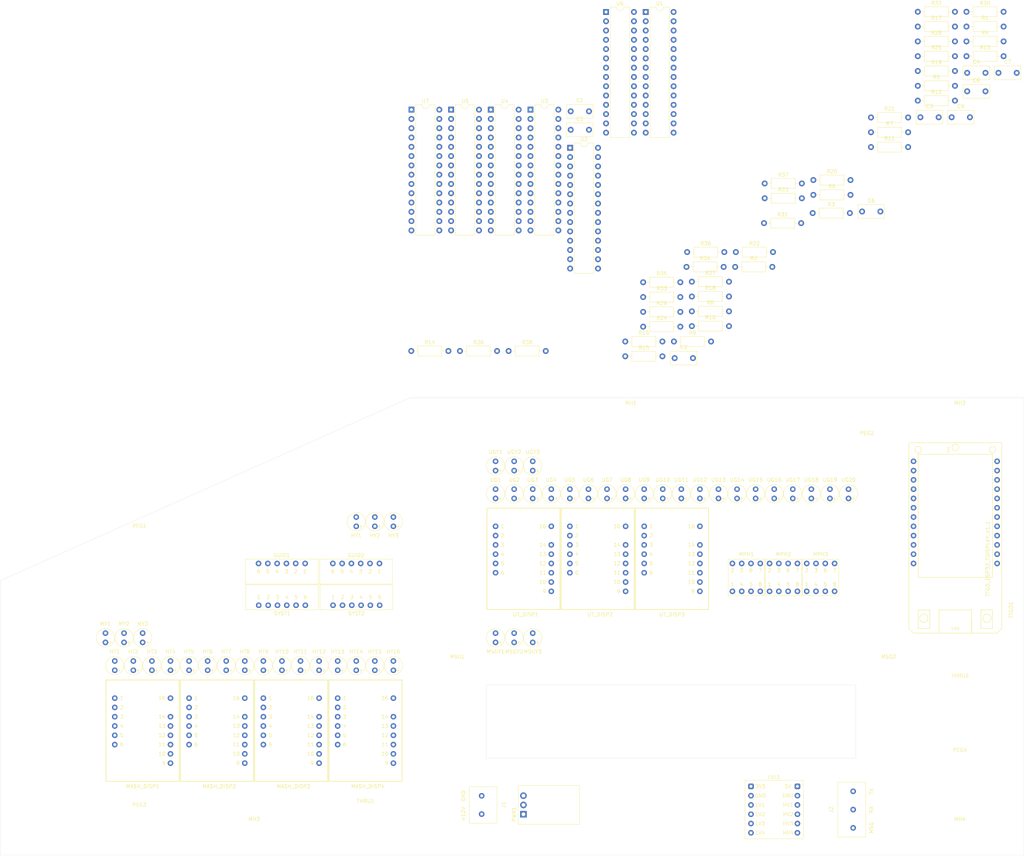
<source format=kicad_pcb>
(kicad_pcb (version 20171130) (host pcbnew "(5.1.10-1-10_14)")
  (layers (0 F.Cu signal) (1 In1.Cu power) (2 In2.Cu power) (31 B.Cu signal) (34 B.Paste user) (35 F.Paste user) (36 B.SilkS user) (37 F.SilkS user) (38 B.Mask user) (39 F.Mask user) (44 Edge.Cuts user))
  (net 0 "")
  (net 1 GND)
  (net 2 +5V)
  (net 3 /UT_YD1)
  (net 4 /UT_YD2)
  (net 5 /UT_YD3)
  (net 6 "Net-(GUID1-Pad5)")
  (net 7 "Net-(GUID1-Pad3)")
  (net 8 "Net-(GUID1-Pad1)")
  (net 9 "Net-(GUID2-Pad1)")
  (net 10 "Net-(GUID2-Pad3)")
  (net 11 "Net-(GUID2-Pad5)")
  (net 12 /HTL_D1)
  (net 13 /HTL_D2)
  (net 14 /HTL_D3)
  (net 15 /HTL_D4)
  (net 16 /HTL_D5)
  (net 17 /HTL_D6)
  (net 18 /HTL_D7)
  (net 19 /HTL_D8)
  (net 20 /HTL_D9)
  (net 21 /HTL_D10)
  (net 22 /HTL_D11)
  (net 23 /HTL_D12)
  (net 24 /HTL_D13)
  (net 25 /HTL_D14)
  (net 26 /HTL_D15)
  (net 27 /HTL_D16)
  (net 28 /HLT_YD1)
  (net 29 /HLT_YD2)
  (net 30 /HLT_YD3)
  (net 31 "Net-(J1-Pad1)")
  (net 32 /HV_TX)
  (net 33 /HV_RX)
  (net 34 /HV_MSG_TX)
  (net 35 "Net-(LVL1-Pad6)")
  (net 36 "Net-(LVL1-Pad7)")
  (net 37 /LV_MSG_TX)
  (net 38 /LV_RX)
  (net 39 /LV_TX)
  (net 40 "Net-(LVL1-Pad12)")
  (net 41 /MASH_DISP1_A)
  (net 42 /MASH_DISP1_F)
  (net 43 /MASH_DISP1_E)
  (net 44 "Net-(MASH_DISP1-Pad6)")
  (net 45 /MASH_DISP1_RDP)
  (net 46 /MASH_DISP1_D)
  (net 47 /MASH_DISP1_C)
  (net 48 /MASH_DISP1_G)
  (net 49 /MASH_DISP1_B)
  (net 50 /MASH_DISP2_A)
  (net 51 /MASH_DISP2_F)
  (net 52 /MASH_DISP2_E)
  (net 53 "Net-(MASH_DISP2-Pad6)")
  (net 54 /MASH_DISP2_RDP)
  (net 55 /MASH_DISP2_D)
  (net 56 /MASH_DISP2_C)
  (net 57 /MASH_DISP2_G)
  (net 58 /MASH_DISP2_B)
  (net 59 /MASH_DISP3_B)
  (net 60 /MASH_DISP3_G)
  (net 61 /MASH_DISP3_C)
  (net 62 /MASH_DISP3_D)
  (net 63 /MASH_DISP3_RDP)
  (net 64 "Net-(MASH_DISP3-Pad6)")
  (net 65 /MASH_DISP3_E)
  (net 66 /MASH_DISP3_F)
  (net 67 /MASH_DISP3_A)
  (net 68 /MASH_DISP4_A)
  (net 69 /MASH_DISP4_F)
  (net 70 /MASH_DISP4_E)
  (net 71 "Net-(MASH_DISP4-Pad6)")
  (net 72 /MASH_DISP4_RDP)
  (net 73 /MASH_DISP4_D)
  (net 74 /MASH_DISP4_C)
  (net 75 /MASH_DISP4_G)
  (net 76 /MASH_DISP4_B)
  (net 77 "Net-(MPH1-Pad7)")
  (net 78 "Net-(MPH1-Pad6)")
  (net 79 "Net-(MPH1-Pad3)")
  (net 80 "Net-(MPH1-Pad2)")
  (net 81 "Net-(MPH2-Pad2)")
  (net 82 "Net-(MPH2-Pad3)")
  (net 83 "Net-(MPH2-Pad6)")
  (net 84 "Net-(MPH2-Pad7)")
  (net 85 "Net-(MPH3-Pad7)")
  (net 86 "Net-(MPH3-Pad6)")
  (net 87 "Net-(MPH3-Pad3)")
  (net 88 "Net-(MPH3-Pad2)")
  (net 89 /MASH_YD1)
  (net 90 /MASH_YD2)
  (net 91 /MASH_YD3)
  (net 92 "Net-(R1-Pad1)")
  (net 93 "Net-(R2-Pad1)")
  (net 94 "Net-(R3-Pad1)")
  (net 95 "Net-(R4-Pad1)")
  (net 96 "Net-(R5-Pad1)")
  (net 97 "Net-(R6-Pad1)")
  (net 98 "Net-(R7-Pad1)")
  (net 99 "Net-(R8-Pad2)")
  (net 100 "Net-(R9-Pad2)")
  (net 101 "Net-(R10-Pad2)")
  (net 102 "Net-(R11-Pad2)")
  (net 103 "Net-(R12-Pad2)")
  (net 104 "Net-(R13-Pad2)")
  (net 105 /BLANK)
  (net 106 "Net-(TTGO1-Pad18)")
  (net 107 "Net-(TTGO1-Pad19)")
  (net 108 /SOUT)
  (net 109 /GSCLK)
  (net 110 "Net-(TTGO1-Pad12)")
  (net 111 "Net-(TTGO1-Pad11)")
  (net 112 /DCPRG)
  (net 113 "Net-(TTGO1-Pad8)")
  (net 114 /VPRG)
  (net 115 /SIG_1)
  (net 116 /SCLK)
  (net 117 /XLAT)
  (net 118 "Net-(U1-Pad16)")
  (net 119 /SIG_2)
  (net 120 "Net-(U2-Pad16)")
  (net 121 /SIG_3)
  (net 122 /SIG_4)
  (net 123 "Net-(U3-Pad16)")
  (net 124 /UG_D4)
  (net 125 "Net-(U4-Pad16)")
  (net 126 /SIG_5)
  (net 127 /UG_YD1)
  (net 128 /UG_YD2)
  (net 129 /UG_YD3)
  (net 130 /UG_D1)
  (net 131 /UG_D2)
  (net 132 /UG_D3)
  (net 133 /UG_D5)
  (net 134 /UG_D19)
  (net 135 /UG_D18)
  (net 136 /UG_D17)
  (net 137 /UG_D16)
  (net 138 /UG_D15)
  (net 139 /UG_D14)
  (net 140 /UG_D13)
  (net 141 /UG_D12)
  (net 142 /UG_D11)
  (net 143 /UG_D10)
  (net 144 /UG_D9)
  (net 145 /SIG_6)
  (net 146 /UG_D8)
  (net 147 "Net-(U5-Pad16)")
  (net 148 /UG_D7)
  (net 149 /UG_D20)
  (net 150 /UG_D6)
  (net 151 /UT_DISP1_F)
  (net 152 /UT_DISP2_B)
  (net 153 /UT_DISP1_E)
  (net 154 "Net-(U6-Pad16)")
  (net 155 /UT_DISP1_RDP)
  (net 156 /SIG_7)
  (net 157 /UT_DISP1_D)
  (net 158 /UT_DISP1_C)
  (net 159 /UT_DISP1_G)
  (net 160 /UT_DISP1_B)
  (net 161 /UT_DISP2_A)
  (net 162 /UT_DISP2_F)
  (net 163 /UT_DISP2_E)
  (net 164 /UT_DISP2_RDP)
  (net 165 /UT_DISP2_D)
  (net 166 /UT_DISP2_C)
  (net 167 /UT_DISP2_G)
  (net 168 /UT_DISP1_A)
  (net 169 /UT_DISP3_A)
  (net 170 "Net-(U7-Pad14)")
  (net 171 "Net-(U7-Pad13)")
  (net 172 "Net-(U7-Pad12)")
  (net 173 "Net-(U7-Pad11)")
  (net 174 "Net-(U7-Pad10)")
  (net 175 "Net-(U7-Pad9)")
  (net 176 "Net-(U7-Pad8)")
  (net 177 /UT_DISP3_B)
  (net 178 /UT_DISP3_G)
  (net 179 /UT_DISP3_C)
  (net 180 /UT_DISP3_D)
  (net 181 /UT_DISP3_RDP)
  (net 182 "Net-(U7-Pad16)")
  (net 183 /UT_DISP3_E)
  (net 184 "Net-(U7-Pad15)")
  (net 185 /UT_DISP3_F)
  (net 186 "Net-(UT_DISP1-Pad6)")
  (net 187 "Net-(UT_DISP2-Pad6)")
  (net 188 "Net-(UT_DISP3-Pad6)")
  (module KITT-Footpads:Flangeless_LED (layer F.Cu) (at 165.66 99.33)
    (fp_text reference MSGY3 (at 0 5.08) (layer F.SilkS))
    (fp_text value LED)
    (fp_text user + (at 1.27 2.5) (layer F.SilkS))
    (pad 2 thru_hole circle (at 0 2.54) (size 1.524 1.524) (drill 0.762) (layers *.Cu *.Mask) (net 2 +5V))
    (pad 1 thru_hole circle (at 0 0) (size 1.524 1.524) (drill 0.762) (layers *.Cu *.Mask) (net 5 /UT_YD3))
  )
  (module KITT-Footpads:Flangeless_LED (layer F.Cu) (at 155.5 99.33)
    (fp_text reference MSGY1 (at 0 5.08) (layer F.SilkS))
    (fp_text value LED)
    (fp_text user + (at 1.27 2.5) (layer F.SilkS))
    (pad 2 thru_hole circle (at 0 2.54) (size 1.524 1.524) (drill 0.762) (layers *.Cu *.Mask) (net 2 +5V))
    (pad 1 thru_hole circle (at 0 0) (size 1.524 1.524) (drill 0.762) (layers *.Cu *.Mask) (net 3 /UT_YD1))
  )
  (module KITT-Footpads:Flangeless_LED (layer F.Cu) (at 160.58 99.33)
    (fp_text reference MSGY2 (at 0 5.08) (layer F.SilkS))
    (fp_text value LED)
    (fp_text user + (at 1.27 2.5) (layer F.SilkS))
    (pad 2 thru_hole circle (at 0 2.54) (size 1.524 1.524) (drill 0.762) (layers *.Cu *.Mask) (net 2 +5V))
    (pad 1 thru_hole circle (at 0 0) (size 1.524 1.524) (drill 0.762) (layers *.Cu *.Mask) (net 4 /UT_YD2))
  )
  (module KITT-Footpads:Flangeless_LED (layer F.Cu) (at 51.36 106.95)
    (fp_text reference HT1 (at 0 -2.54) (layer F.SilkS))
    (fp_text value LED)
    (fp_text user + (at 1.27 2.5) (layer F.SilkS))
    (pad 2 thru_hole circle (at 0 2.54) (size 1.524 1.524) (drill 0.762) (layers *.Cu *.Mask) (net 2 +5V))
    (pad 1 thru_hole circle (at 0 0) (size 1.524 1.524) (drill 0.762) (layers *.Cu *.Mask) (net 12 /HTL_D1))
  )
  (module KITT-Footpads:Flangeless_LED (layer F.Cu) (at 56.44 106.95)
    (fp_text reference HT2 (at 0 -2.54) (layer F.SilkS))
    (fp_text value LED)
    (fp_text user + (at 1.27 2.5) (layer F.SilkS))
    (pad 2 thru_hole circle (at 0 2.54) (size 1.524 1.524) (drill 0.762) (layers *.Cu *.Mask) (net 2 +5V))
    (pad 1 thru_hole circle (at 0 0) (size 1.524 1.524) (drill 0.762) (layers *.Cu *.Mask) (net 13 /HTL_D2))
  )
  (module KITT-Footpads:Flangeless_LED (layer F.Cu) (at 61.52 106.95)
    (fp_text reference HT3 (at 0 -2.54) (layer F.SilkS))
    (fp_text value LED)
    (fp_text user + (at 1.27 2.5) (layer F.SilkS))
    (pad 2 thru_hole circle (at 0 2.54) (size 1.524 1.524) (drill 0.762) (layers *.Cu *.Mask) (net 2 +5V))
    (pad 1 thru_hole circle (at 0 0) (size 1.524 1.524) (drill 0.762) (layers *.Cu *.Mask) (net 14 /HTL_D3))
  )
  (module KITT-Footpads:Flangeless_LED (layer F.Cu) (at 66.6 106.95)
    (fp_text reference HT4 (at 0 -2.54) (layer F.SilkS))
    (fp_text value LED)
    (fp_text user + (at 1.27 2.5) (layer F.SilkS))
    (pad 2 thru_hole circle (at 0 2.54) (size 1.524 1.524) (drill 0.762) (layers *.Cu *.Mask) (net 2 +5V))
    (pad 1 thru_hole circle (at 0 0) (size 1.524 1.524) (drill 0.762) (layers *.Cu *.Mask) (net 15 /HTL_D4))
  )
  (module KITT-Footpads:Flangeless_LED (layer F.Cu) (at 71.68 106.95)
    (fp_text reference HT5 (at 0 -2.54) (layer F.SilkS))
    (fp_text value LED)
    (fp_text user + (at 1.27 2.5) (layer F.SilkS))
    (pad 2 thru_hole circle (at 0 2.54) (size 1.524 1.524) (drill 0.762) (layers *.Cu *.Mask) (net 2 +5V))
    (pad 1 thru_hole circle (at 0 0) (size 1.524 1.524) (drill 0.762) (layers *.Cu *.Mask) (net 16 /HTL_D5))
  )
  (module KITT-Footpads:Flangeless_LED (layer F.Cu) (at 76.76 106.95)
    (fp_text reference HT6 (at 0 -2.54) (layer F.SilkS))
    (fp_text value LED)
    (fp_text user + (at 1.27 2.5) (layer F.SilkS))
    (pad 2 thru_hole circle (at 0 2.54) (size 1.524 1.524) (drill 0.762) (layers *.Cu *.Mask) (net 2 +5V))
    (pad 1 thru_hole circle (at 0 0) (size 1.524 1.524) (drill 0.762) (layers *.Cu *.Mask) (net 17 /HTL_D6))
  )
  (module KITT-Footpads:Flangeless_LED (layer F.Cu) (at 81.84 106.95)
    (fp_text reference HT7 (at 0 -2.54) (layer F.SilkS))
    (fp_text value LED)
    (fp_text user + (at 1.27 2.5) (layer F.SilkS))
    (pad 2 thru_hole circle (at 0 2.54) (size 1.524 1.524) (drill 0.762) (layers *.Cu *.Mask) (net 2 +5V))
    (pad 1 thru_hole circle (at 0 0) (size 1.524 1.524) (drill 0.762) (layers *.Cu *.Mask) (net 18 /HTL_D7))
  )
  (module KITT-Footpads:Flangeless_LED (layer F.Cu) (at 86.92 106.95)
    (fp_text reference HT8 (at 0 -2.54) (layer F.SilkS))
    (fp_text value LED)
    (fp_text user + (at 1.27 2.5) (layer F.SilkS))
    (pad 2 thru_hole circle (at 0 2.54) (size 1.524 1.524) (drill 0.762) (layers *.Cu *.Mask) (net 2 +5V))
    (pad 1 thru_hole circle (at 0 0) (size 1.524 1.524) (drill 0.762) (layers *.Cu *.Mask) (net 19 /HTL_D8))
  )
  (module KITT-Footpads:Flangeless_LED (layer F.Cu) (at 92 106.95)
    (fp_text reference HT9 (at 0 -2.54) (layer F.SilkS))
    (fp_text value LED)
    (fp_text user + (at 1.27 2.5) (layer F.SilkS))
    (pad 2 thru_hole circle (at 0 2.54) (size 1.524 1.524) (drill 0.762) (layers *.Cu *.Mask) (net 2 +5V))
    (pad 1 thru_hole circle (at 0 0) (size 1.524 1.524) (drill 0.762) (layers *.Cu *.Mask) (net 20 /HTL_D9))
  )
  (module KITT-Footpads:Flangeless_LED (layer F.Cu) (at 97.08 106.95)
    (fp_text reference HT10 (at 0 -2.54) (layer F.SilkS))
    (fp_text value LED)
    (fp_text user + (at 1.27 2.5) (layer F.SilkS))
    (pad 2 thru_hole circle (at 0 2.54) (size 1.524 1.524) (drill 0.762) (layers *.Cu *.Mask) (net 2 +5V))
    (pad 1 thru_hole circle (at 0 0) (size 1.524 1.524) (drill 0.762) (layers *.Cu *.Mask) (net 21 /HTL_D10))
  )
  (module KITT-Footpads:Flangeless_LED (layer F.Cu) (at 102.16 106.95)
    (fp_text reference HT11 (at 0 -2.54) (layer F.SilkS))
    (fp_text value LED)
    (fp_text user + (at 1.27 2.5) (layer F.SilkS))
    (pad 2 thru_hole circle (at 0 2.54) (size 1.524 1.524) (drill 0.762) (layers *.Cu *.Mask) (net 2 +5V))
    (pad 1 thru_hole circle (at 0 0) (size 1.524 1.524) (drill 0.762) (layers *.Cu *.Mask) (net 22 /HTL_D11))
  )
  (module KITT-Footpads:Flangeless_LED (layer F.Cu) (at 107.24 106.95)
    (fp_text reference HT12 (at 0 -2.54) (layer F.SilkS))
    (fp_text value LED)
    (fp_text user + (at 1.27 2.5) (layer F.SilkS))
    (pad 2 thru_hole circle (at 0 2.54) (size 1.524 1.524) (drill 0.762) (layers *.Cu *.Mask) (net 2 +5V))
    (pad 1 thru_hole circle (at 0 0) (size 1.524 1.524) (drill 0.762) (layers *.Cu *.Mask) (net 23 /HTL_D12))
  )
  (module KITT-Footpads:Flangeless_LED (layer F.Cu) (at 112.32 106.95)
    (fp_text reference HT13 (at 0 -2.54) (layer F.SilkS))
    (fp_text value LED)
    (fp_text user + (at 1.27 2.5) (layer F.SilkS))
    (pad 2 thru_hole circle (at 0 2.54) (size 1.524 1.524) (drill 0.762) (layers *.Cu *.Mask) (net 2 +5V))
    (pad 1 thru_hole circle (at 0 0) (size 1.524 1.524) (drill 0.762) (layers *.Cu *.Mask) (net 24 /HTL_D13))
  )
  (module KITT-Footpads:Flangeless_LED (layer F.Cu) (at 117.4 106.95)
    (fp_text reference HT14 (at 0 -2.54) (layer F.SilkS))
    (fp_text value LED)
    (fp_text user + (at 1.27 2.5) (layer F.SilkS))
    (pad 2 thru_hole circle (at 0 2.54) (size 1.524 1.524) (drill 0.762) (layers *.Cu *.Mask) (net 2 +5V))
    (pad 1 thru_hole circle (at 0 0) (size 1.524 1.524) (drill 0.762) (layers *.Cu *.Mask) (net 25 /HTL_D14))
  )
  (module KITT-Footpads:Flangeless_LED (layer F.Cu) (at 122.48 106.95)
    (fp_text reference HT15 (at 0 -2.54) (layer F.SilkS))
    (fp_text value LED)
    (fp_text user + (at 1.27 2.5) (layer F.SilkS))
    (pad 2 thru_hole circle (at 0 2.54) (size 1.524 1.524) (drill 0.762) (layers *.Cu *.Mask) (net 2 +5V))
    (pad 1 thru_hole circle (at 0 0) (size 1.524 1.524) (drill 0.762) (layers *.Cu *.Mask) (net 26 /HTL_D15))
  )
  (module KITT-Footpads:Flangeless_LED (layer F.Cu) (at 127.56 106.95)
    (fp_text reference HT16 (at 0 -2.54) (layer F.SilkS))
    (fp_text value LED)
    (fp_text user + (at 1.27 2.5) (layer F.SilkS))
    (pad 2 thru_hole circle (at 0 2.54) (size 1.524 1.524) (drill 0.762) (layers *.Cu *.Mask) (net 2 +5V))
    (pad 1 thru_hole circle (at 0 0) (size 1.524 1.524) (drill 0.762) (layers *.Cu *.Mask) (net 27 /HTL_D16))
  )
  (module KITT-Footpads:Flangeless_LED (layer F.Cu) (at 117.4 67.58)
    (fp_text reference HY1 (at 0 5.08) (layer F.SilkS))
    (fp_text value LED)
    (fp_text user + (at 1.27 2.5) (layer F.SilkS))
    (pad 2 thru_hole circle (at 0 2.54) (size 1.524 1.524) (drill 0.762) (layers *.Cu *.Mask) (net 2 +5V))
    (pad 1 thru_hole circle (at 0 0) (size 1.524 1.524) (drill 0.762) (layers *.Cu *.Mask) (net 28 /HLT_YD1))
  )
  (module KITT-Footpads:Flangeless_LED (layer F.Cu) (at 122.48 67.58)
    (fp_text reference HY2 (at 0 5.08) (layer F.SilkS))
    (fp_text value LED)
    (fp_text user + (at 1.27 2.5) (layer F.SilkS))
    (pad 2 thru_hole circle (at 0 2.54) (size 1.524 1.524) (drill 0.762) (layers *.Cu *.Mask) (net 2 +5V))
    (pad 1 thru_hole circle (at 0 0) (size 1.524 1.524) (drill 0.762) (layers *.Cu *.Mask) (net 29 /HLT_YD2))
  )
  (module KITT-Footpads:Flangeless_LED (layer F.Cu) (at 127.56 67.58)
    (fp_text reference HY3 (at 0 5.08) (layer F.SilkS))
    (fp_text value LED)
    (fp_text user + (at 1.27 2.5) (layer F.SilkS))
    (pad 2 thru_hole circle (at 0 2.54) (size 1.524 1.524) (drill 0.762) (layers *.Cu *.Mask) (net 2 +5V))
    (pad 1 thru_hole circle (at 0 0) (size 1.524 1.524) (drill 0.762) (layers *.Cu *.Mask) (net 30 /HLT_YD3))
  )
  (module KITT-Footpads:Flangeless_LED (layer F.Cu) (at 48.82 99.33)
    (fp_text reference MY1 (at 0 -2.54) (layer F.SilkS))
    (fp_text value LED)
    (fp_text user + (at 1.27 2.5) (layer F.SilkS))
    (pad 2 thru_hole circle (at 0 2.54) (size 1.524 1.524) (drill 0.762) (layers *.Cu *.Mask) (net 2 +5V))
    (pad 1 thru_hole circle (at 0 0) (size 1.524 1.524) (drill 0.762) (layers *.Cu *.Mask) (net 89 /MASH_YD1))
  )
  (module KITT-Footpads:Flangeless_LED (layer F.Cu) (at 53.9 99.33)
    (fp_text reference MY2 (at 0 -2.54) (layer F.SilkS))
    (fp_text value LED)
    (fp_text user + (at 1.27 2.5) (layer F.SilkS))
    (pad 2 thru_hole circle (at 0 2.54) (size 1.524 1.524) (drill 0.762) (layers *.Cu *.Mask) (net 2 +5V))
    (pad 1 thru_hole circle (at 0 0) (size 1.524 1.524) (drill 0.762) (layers *.Cu *.Mask) (net 90 /MASH_YD2))
  )
  (module KITT-Footpads:Flangeless_LED (layer F.Cu) (at 58.98 99.33)
    (fp_text reference MY3 (at 0 -2.54) (layer F.SilkS))
    (fp_text value LED)
    (fp_text user + (at 1.27 2.5) (layer F.SilkS))
    (pad 2 thru_hole circle (at 0 2.54) (size 1.524 1.524) (drill 0.762) (layers *.Cu *.Mask) (net 2 +5V))
    (pad 1 thru_hole circle (at 0 0) (size 1.524 1.524) (drill 0.762) (layers *.Cu *.Mask) (net 91 /MASH_YD3))
  )
  (module KITT-Footpads:Flangeless_LED (layer F.Cu) (at 155.5 59.96)
    (fp_text reference UG1 (at 0 -2.54) (layer F.SilkS))
    (fp_text value LED)
    (fp_text user + (at 1.27 2.5) (layer F.SilkS))
    (pad 2 thru_hole circle (at 0 2.54) (size 1.524 1.524) (drill 0.762) (layers *.Cu *.Mask) (net 2 +5V))
    (pad 1 thru_hole circle (at 0 0) (size 1.524 1.524) (drill 0.762) (layers *.Cu *.Mask) (net 130 /UG_D1))
  )
  (module KITT-Footpads:Flangeless_LED (layer F.Cu) (at 160.58 59.96)
    (fp_text reference UG2 (at 0 -2.54) (layer F.SilkS))
    (fp_text value LED)
    (fp_text user + (at 1.27 2.5) (layer F.SilkS))
    (pad 2 thru_hole circle (at 0 2.54) (size 1.524 1.524) (drill 0.762) (layers *.Cu *.Mask) (net 2 +5V))
    (pad 1 thru_hole circle (at 0 0) (size 1.524 1.524) (drill 0.762) (layers *.Cu *.Mask) (net 131 /UG_D2))
  )
  (module KITT-Footpads:Flangeless_LED (layer F.Cu) (at 165.66 59.96)
    (fp_text reference UG3 (at 0 -2.54) (layer F.SilkS))
    (fp_text value LED)
    (fp_text user + (at 1.27 2.5) (layer F.SilkS))
    (pad 2 thru_hole circle (at 0 2.54) (size 1.524 1.524) (drill 0.762) (layers *.Cu *.Mask) (net 2 +5V))
    (pad 1 thru_hole circle (at 0 0) (size 1.524 1.524) (drill 0.762) (layers *.Cu *.Mask) (net 132 /UG_D3))
  )
  (module KITT-Footpads:Flangeless_LED (layer F.Cu) (at 170.74 59.96)
    (fp_text reference UG4 (at 0 -2.54) (layer F.SilkS))
    (fp_text value LED)
    (fp_text user + (at 1.27 2.5) (layer F.SilkS))
    (pad 2 thru_hole circle (at 0 2.54) (size 1.524 1.524) (drill 0.762) (layers *.Cu *.Mask) (net 2 +5V))
    (pad 1 thru_hole circle (at 0 0) (size 1.524 1.524) (drill 0.762) (layers *.Cu *.Mask) (net 124 /UG_D4))
  )
  (module KITT-Footpads:Flangeless_LED (layer F.Cu) (at 175.82 59.96)
    (fp_text reference UG5 (at 0 -2.54) (layer F.SilkS))
    (fp_text value LED)
    (fp_text user + (at 1.27 2.5) (layer F.SilkS))
    (pad 2 thru_hole circle (at 0 2.54) (size 1.524 1.524) (drill 0.762) (layers *.Cu *.Mask) (net 2 +5V))
    (pad 1 thru_hole circle (at 0 0) (size 1.524 1.524) (drill 0.762) (layers *.Cu *.Mask) (net 133 /UG_D5))
  )
  (module KITT-Footpads:Flangeless_LED (layer F.Cu) (at 180.9 59.96)
    (fp_text reference UG6 (at 0 -2.54) (layer F.SilkS))
    (fp_text value LED)
    (fp_text user + (at 1.27 2.5) (layer F.SilkS))
    (pad 2 thru_hole circle (at 0 2.54) (size 1.524 1.524) (drill 0.762) (layers *.Cu *.Mask) (net 2 +5V))
    (pad 1 thru_hole circle (at 0 0) (size 1.524 1.524) (drill 0.762) (layers *.Cu *.Mask) (net 150 /UG_D6))
  )
  (module KITT-Footpads:Flangeless_LED (layer F.Cu) (at 185.98 59.96)
    (fp_text reference UG7 (at 0 -2.54) (layer F.SilkS))
    (fp_text value LED)
    (fp_text user + (at 1.27 2.5) (layer F.SilkS))
    (pad 2 thru_hole circle (at 0 2.54) (size 1.524 1.524) (drill 0.762) (layers *.Cu *.Mask) (net 2 +5V))
    (pad 1 thru_hole circle (at 0 0) (size 1.524 1.524) (drill 0.762) (layers *.Cu *.Mask) (net 148 /UG_D7))
  )
  (module KITT-Footpads:Flangeless_LED (layer F.Cu) (at 191.06 59.96)
    (fp_text reference UG8 (at 0 -2.54) (layer F.SilkS))
    (fp_text value LED)
    (fp_text user + (at 1.27 2.5) (layer F.SilkS))
    (pad 2 thru_hole circle (at 0 2.54) (size 1.524 1.524) (drill 0.762) (layers *.Cu *.Mask) (net 2 +5V))
    (pad 1 thru_hole circle (at 0 0) (size 1.524 1.524) (drill 0.762) (layers *.Cu *.Mask) (net 146 /UG_D8))
  )
  (module KITT-Footpads:Flangeless_LED (layer F.Cu) (at 196.14 59.96)
    (fp_text reference UG9 (at 0 -2.54) (layer F.SilkS))
    (fp_text value LED)
    (fp_text user + (at 1.27 2.5) (layer F.SilkS))
    (pad 2 thru_hole circle (at 0 2.54) (size 1.524 1.524) (drill 0.762) (layers *.Cu *.Mask) (net 2 +5V))
    (pad 1 thru_hole circle (at 0 0) (size 1.524 1.524) (drill 0.762) (layers *.Cu *.Mask) (net 144 /UG_D9))
  )
  (module KITT-Footpads:Flangeless_LED (layer F.Cu) (at 201.22 59.96)
    (fp_text reference UG10 (at 0 -2.54) (layer F.SilkS))
    (fp_text value LED)
    (fp_text user + (at 1.27 2.5) (layer F.SilkS))
    (pad 2 thru_hole circle (at 0 2.54) (size 1.524 1.524) (drill 0.762) (layers *.Cu *.Mask) (net 2 +5V))
    (pad 1 thru_hole circle (at 0 0) (size 1.524 1.524) (drill 0.762) (layers *.Cu *.Mask) (net 143 /UG_D10))
  )
  (module KITT-Footpads:Flangeless_LED (layer F.Cu) (at 206.3 59.96)
    (fp_text reference UG11 (at 0 -2.54) (layer F.SilkS))
    (fp_text value LED)
    (fp_text user + (at 1.27 2.5) (layer F.SilkS))
    (pad 2 thru_hole circle (at 0 2.54) (size 1.524 1.524) (drill 0.762) (layers *.Cu *.Mask) (net 2 +5V))
    (pad 1 thru_hole circle (at 0 0) (size 1.524 1.524) (drill 0.762) (layers *.Cu *.Mask) (net 142 /UG_D11))
  )
  (module KITT-Footpads:Flangeless_LED (layer F.Cu) (at 211.38 59.96)
    (fp_text reference UG12 (at 0 -2.54) (layer F.SilkS))
    (fp_text value LED)
    (fp_text user + (at 1.27 2.5) (layer F.SilkS))
    (pad 2 thru_hole circle (at 0 2.54) (size 1.524 1.524) (drill 0.762) (layers *.Cu *.Mask) (net 2 +5V))
    (pad 1 thru_hole circle (at 0 0) (size 1.524 1.524) (drill 0.762) (layers *.Cu *.Mask) (net 141 /UG_D12))
  )
  (module KITT-Footpads:Flangeless_LED (layer F.Cu) (at 216.46 59.96)
    (fp_text reference UG13 (at 0 -2.54) (layer F.SilkS))
    (fp_text value LED)
    (fp_text user + (at 1.27 2.5) (layer F.SilkS))
    (pad 2 thru_hole circle (at 0 2.54) (size 1.524 1.524) (drill 0.762) (layers *.Cu *.Mask) (net 2 +5V))
    (pad 1 thru_hole circle (at 0 0) (size 1.524 1.524) (drill 0.762) (layers *.Cu *.Mask) (net 140 /UG_D13))
  )
  (module KITT-Footpads:Flangeless_LED (layer F.Cu) (at 221.54 59.96)
    (fp_text reference UG14 (at 0 -2.54) (layer F.SilkS))
    (fp_text value LED)
    (fp_text user + (at 1.27 2.5) (layer F.SilkS))
    (pad 2 thru_hole circle (at 0 2.54) (size 1.524 1.524) (drill 0.762) (layers *.Cu *.Mask) (net 2 +5V))
    (pad 1 thru_hole circle (at 0 0) (size 1.524 1.524) (drill 0.762) (layers *.Cu *.Mask) (net 139 /UG_D14))
  )
  (module KITT-Footpads:Flangeless_LED (layer F.Cu) (at 226.62 59.96)
    (fp_text reference UG15 (at 0 -2.54) (layer F.SilkS))
    (fp_text value LED)
    (fp_text user + (at 1.27 2.5) (layer F.SilkS))
    (pad 2 thru_hole circle (at 0 2.54) (size 1.524 1.524) (drill 0.762) (layers *.Cu *.Mask) (net 2 +5V))
    (pad 1 thru_hole circle (at 0 0) (size 1.524 1.524) (drill 0.762) (layers *.Cu *.Mask) (net 138 /UG_D15))
  )
  (module KITT-Footpads:Flangeless_LED (layer F.Cu) (at 231.7 59.96)
    (fp_text reference UG16 (at 0 -2.54) (layer F.SilkS))
    (fp_text value LED)
    (fp_text user + (at 1.27 2.5) (layer F.SilkS))
    (pad 2 thru_hole circle (at 0 2.54) (size 1.524 1.524) (drill 0.762) (layers *.Cu *.Mask) (net 2 +5V))
    (pad 1 thru_hole circle (at 0 0) (size 1.524 1.524) (drill 0.762) (layers *.Cu *.Mask) (net 137 /UG_D16))
  )
  (module KITT-Footpads:Flangeless_LED (layer F.Cu) (at 236.78 59.96)
    (fp_text reference UG17 (at 0 -2.54) (layer F.SilkS))
    (fp_text value LED)
    (fp_text user + (at 1.27 2.5) (layer F.SilkS))
    (pad 2 thru_hole circle (at 0 2.54) (size 1.524 1.524) (drill 0.762) (layers *.Cu *.Mask) (net 2 +5V))
    (pad 1 thru_hole circle (at 0 0) (size 1.524 1.524) (drill 0.762) (layers *.Cu *.Mask) (net 136 /UG_D17))
  )
  (module KITT-Footpads:Flangeless_LED (layer F.Cu) (at 241.86 59.96)
    (fp_text reference UG18 (at 0 -2.54) (layer F.SilkS))
    (fp_text value LED)
    (fp_text user + (at 1.27 2.5) (layer F.SilkS))
    (pad 2 thru_hole circle (at 0 2.54) (size 1.524 1.524) (drill 0.762) (layers *.Cu *.Mask) (net 2 +5V))
    (pad 1 thru_hole circle (at 0 0) (size 1.524 1.524) (drill 0.762) (layers *.Cu *.Mask) (net 135 /UG_D18))
  )
  (module KITT-Footpads:Flangeless_LED (layer F.Cu) (at 246.94 59.96)
    (fp_text reference UG19 (at 0 -2.54) (layer F.SilkS))
    (fp_text value LED)
    (fp_text user + (at 1.27 2.5) (layer F.SilkS))
    (pad 2 thru_hole circle (at 0 2.54) (size 1.524 1.524) (drill 0.762) (layers *.Cu *.Mask) (net 2 +5V))
    (pad 1 thru_hole circle (at 0 0) (size 1.524 1.524) (drill 0.762) (layers *.Cu *.Mask) (net 134 /UG_D19))
  )
  (module KITT-Footpads:Flangeless_LED (layer F.Cu) (at 252.02 59.96)
    (fp_text reference UG20 (at 0 -2.54) (layer F.SilkS))
    (fp_text value LED)
    (fp_text user + (at 1.27 2.5) (layer F.SilkS))
    (pad 2 thru_hole circle (at 0 2.54) (size 1.524 1.524) (drill 0.762) (layers *.Cu *.Mask) (net 2 +5V))
    (pad 1 thru_hole circle (at 0 0) (size 1.524 1.524) (drill 0.762) (layers *.Cu *.Mask) (net 149 /UG_D20))
  )
  (module KITT-Footpads:Flangeless_LED (layer F.Cu) (at 155.5 52.34)
    (fp_text reference UGY1 (at 0 -2.54) (layer F.SilkS))
    (fp_text value LED)
    (fp_text user + (at 1.27 2.5) (layer F.SilkS))
    (pad 2 thru_hole circle (at 0 2.54) (size 1.524 1.524) (drill 0.762) (layers *.Cu *.Mask) (net 2 +5V))
    (pad 1 thru_hole circle (at 0 0) (size 1.524 1.524) (drill 0.762) (layers *.Cu *.Mask) (net 127 /UG_YD1))
  )
  (module KITT-Footpads:Flangeless_LED (layer F.Cu) (at 160.58 52.34)
    (fp_text reference UGY2 (at 0 -2.54) (layer F.SilkS))
    (fp_text value LED)
    (fp_text user + (at 1.27 2.5) (layer F.SilkS))
    (pad 2 thru_hole circle (at 0 2.54) (size 1.524 1.524) (drill 0.762) (layers *.Cu *.Mask) (net 2 +5V))
    (pad 1 thru_hole circle (at 0 0) (size 1.524 1.524) (drill 0.762) (layers *.Cu *.Mask) (net 128 /UG_YD2))
  )
  (module KITT-Footpads:Flangeless_LED (layer F.Cu) (at 165.66 52.34)
    (fp_text reference UGY3 (at 0 -2.54) (layer F.SilkS))
    (fp_text value LED)
    (fp_text user + (at 1.27 2.5) (layer F.SilkS))
    (pad 2 thru_hole circle (at 0 2.54) (size 1.524 1.524) (drill 0.762) (layers *.Cu *.Mask) (net 2 +5V))
    (pad 1 thru_hole circle (at 0 0) (size 1.524 1.524) (drill 0.762) (layers *.Cu *.Mask) (net 129 /UG_YD3))
  )
  (module MountingHole:MountingHole_6.4mm_M6 (layer F.Cu) (at 119.94 152.67)
    (fp_text reference THRU1 (at 0 -7.4) (layer F.SilkS))
    (fp_text value MountingHole_6.4mm_M6)
    (pad 1 np_thru_hole circle (at 0 0) (size 6.4 6.4) (drill 6.4) (layers *.Cu *.Mask))
  )
  (module MountingHole:MountingHole_6.4mm_M6 (layer F.Cu) (at 282.5 118.38)
    (fp_text reference THRU2 (at 0 -7.4) (layer F.SilkS))
    (fp_text value MountingHole_6.4mm_M6)
    (pad 1 np_thru_hole circle (at 0 0) (size 6.4 6.4) (drill 6.4) (layers *.Cu *.Mask))
  )
  (module MountingHole:MountingHole_5.3mm_M5 (layer F.Cu) (at 257.1 52.05)
    (fp_text reference PEG2 (at 0 -7.4) (layer F.SilkS))
    (fp_text value MountingHole_5.3mm_M5)
    (pad 1 np_thru_hole circle (at 0 0) (size 5.3 5.3) (drill 5.3) (layers *.Cu *.Mask))
  )
  (module MountingHole:MountingHole_5.3mm_M5 (layer F.Cu) (at 282.5 138.7)
    (fp_text reference PEG4 (at 0 -7.4) (layer F.SilkS))
    (fp_text value MountingHole_5.3mm_M5)
    (pad 1 np_thru_hole circle (at 0 0) (size 5.3 5.3) (drill 5.3) (layers *.Cu *.Mask))
  )
  (module MountingHole:MountingHole_5.3mm_M5 (layer F.Cu) (at 58.1 77.45)
    (fp_text reference PEG1 (at 0 -7.4) (layer F.SilkS))
    (fp_text value MountingHole_5.3mm_M5)
    (pad 1 np_thru_hole circle (at 0 0) (size 5.3 5.3) (drill 5.3) (layers *.Cu *.Mask))
  )
  (module MountingHole:MountingHole_5.3mm_M5 (layer F.Cu) (at 58.1 153.65)
    (fp_text reference PEG3 (at 0 -7.4) (layer F.SilkS))
    (fp_text value MountingHole_5.3mm_M5)
    (pad 1 np_thru_hole circle (at 0 0) (size 5.3 5.3) (drill 5.3) (layers *.Cu *.Mask))
  )
  (module MountingHole:MountingHole_3.2mm_M3 (layer F.Cu) (at 192.5 40.6)
    (fp_text reference MH1 (at 0 -4.2) (layer F.SilkS))
    (fp_text value MountingHole_3.2mm_M3)
    (pad 1 np_thru_hole circle (at 0 0) (size 3.2 3.2) (drill 3.2) (layers *.Cu *.Mask))
  )
  (module MountingHole:MountingHole_3.2mm_M3 (layer F.Cu) (at 282.5 40.6)
    (fp_text reference MH2 (at 0 -4.2) (layer F.SilkS))
    (fp_text value MountingHole_3.2mm_M3)
    (pad 1 np_thru_hole circle (at 0 0) (size 3.2 3.2) (drill 3.2) (layers *.Cu *.Mask))
  )
  (module MountingHole:MountingHole_3.2mm_M3 (layer F.Cu) (at 89.5 154.4)
    (fp_text reference MH3 (at 0 -4.2) (layer F.SilkS))
    (fp_text value MountingHole_3.2mm_M3)
    (pad 1 np_thru_hole circle (at 0 0) (size 3.2 3.2) (drill 3.2) (layers *.Cu *.Mask))
  )
  (module MountingHole:MountingHole_3.2mm_M3 (layer F.Cu) (at 282.5 154.4)
    (fp_text reference MH4 (at 0 -4.2) (layer F.SilkS))
    (fp_text value MountingHole_3.2mm_M3)
    (pad 1 np_thru_hole circle (at 0 0) (size 3.2 3.2) (drill 3.2) (layers *.Cu *.Mask))
  )
  (module MountingHole:MountingHole_3.2mm_M3 (layer F.Cu) (at 145 110)
    (fp_text reference MSG1 (at 0 -4.2) (layer F.SilkS))
    (fp_text value MountingHole_3.2mm_M3)
    (pad 1 np_thru_hole circle (at 0 0) (size 3.2 3.2) (drill 3.2) (layers *.Cu *.Mask))
  )
  (module MountingHole:MountingHole_3.2mm_M3 (layer F.Cu) (at 263 110)
    (fp_text reference MSG2 (at 0 -4.2) (layer F.SilkS))
    (fp_text value MountingHole_3.2mm_M3)
    (pad 1 np_thru_hole circle (at 0 0) (size 3.2 3.2) (drill 3.2) (layers *.Cu *.Mask))
  )
  (module Capacitor_THT:C_Rect_L7.0mm_W3.5mm_P5.00mm (layer F.Cu) (at 176.045001 -43.374999)
    (fp_text reference C1 (at 2.5 -3) (layer F.SilkS))
    (fp_text value 100nF)
    (pad 2 thru_hole circle (at 5 0) (size 1.6 1.6) (drill 0.8) (layers *.Cu *.Mask) (net 1 GND))
    (pad 1 thru_hole circle (at 0 0) (size 1.6 1.6) (drill 0.8) (layers *.Cu *.Mask) (net 2 +5V))
  )
  (module Capacitor_THT:C_Rect_L7.0mm_W3.5mm_P5.00mm (layer F.Cu) (at 204.475001 24.125001)
    (fp_text reference C2 (at 2.5 -3) (layer F.SilkS))
    (fp_text value 1uF)
    (pad 1 thru_hole circle (at 0 0) (size 1.6 1.6) (drill 0.8) (layers *.Cu *.Mask) (net 2 +5V))
    (pad 2 thru_hole circle (at 5 0) (size 1.6 1.6) (drill 0.8) (layers *.Cu *.Mask) (net 1 GND))
  )
  (module Capacitor_THT:C_Rect_L7.0mm_W3.5mm_P5.00mm (layer F.Cu) (at 271.675001 -41.744999)
    (fp_text reference C3 (at 2.5 -3) (layer F.SilkS))
    (fp_text value 100nF)
    (pad 1 thru_hole circle (at 0 0) (size 1.6 1.6) (drill 0.8) (layers *.Cu *.Mask) (net 2 +5V))
    (pad 2 thru_hole circle (at 5 0) (size 1.6 1.6) (drill 0.8) (layers *.Cu *.Mask) (net 1 GND))
  )
  (module Capacitor_THT:C_Rect_L7.0mm_W3.5mm_P5.00mm (layer F.Cu) (at 284.475001 -53.894999)
    (fp_text reference C4 (at 2.5 -3) (layer F.SilkS))
    (fp_text value 100nF)
    (pad 2 thru_hole circle (at 5 0) (size 1.6 1.6) (drill 0.8) (layers *.Cu *.Mask) (net 1 GND))
    (pad 1 thru_hole circle (at 0 0) (size 1.6 1.6) (drill 0.8) (layers *.Cu *.Mask) (net 2 +5V))
  )
  (module Capacitor_THT:C_Rect_L7.0mm_W3.5mm_P5.00mm (layer F.Cu) (at 176.045001 -38.324999)
    (fp_text reference C5 (at 2.5 -3) (layer F.SilkS))
    (fp_text value 100nF)
    (pad 1 thru_hole circle (at 0 0) (size 1.6 1.6) (drill 0.8) (layers *.Cu *.Mask) (net 2 +5V))
    (pad 2 thru_hole circle (at 5 0) (size 1.6 1.6) (drill 0.8) (layers *.Cu *.Mask) (net 1 GND))
  )
  (module Capacitor_THT:C_Rect_L7.0mm_W3.5mm_P5.00mm (layer F.Cu) (at 255.735001 -15.974999)
    (fp_text reference C6 (at 2.5 -3) (layer F.SilkS))
    (fp_text value 100nF)
    (pad 2 thru_hole circle (at 5 0) (size 1.6 1.6) (drill 0.8) (layers *.Cu *.Mask) (net 1 GND))
    (pad 1 thru_hole circle (at 0 0) (size 1.6 1.6) (drill 0.8) (layers *.Cu *.Mask) (net 2 +5V))
  )
  (module Capacitor_THT:C_Rect_L7.0mm_W3.5mm_P5.00mm (layer F.Cu) (at 293.025001 -53.894999)
    (fp_text reference C7 (at 2.5 -3) (layer F.SilkS))
    (fp_text value 100nF)
    (pad 1 thru_hole circle (at 0 0) (size 1.6 1.6) (drill 0.8) (layers *.Cu *.Mask) (net 2 +5V))
    (pad 2 thru_hole circle (at 5 0) (size 1.6 1.6) (drill 0.8) (layers *.Cu *.Mask) (net 1 GND))
  )
  (module Capacitor_THT:C_Rect_L7.0mm_W3.5mm_P5.00mm (layer F.Cu) (at 284.475001 -48.844999)
    (fp_text reference C8 (at 2.5 -3) (layer F.SilkS))
    (fp_text value 100nF)
    (pad 2 thru_hole circle (at 5 0) (size 1.6 1.6) (drill 0.8) (layers *.Cu *.Mask) (net 1 GND))
    (pad 1 thru_hole circle (at 0 0) (size 1.6 1.6) (drill 0.8) (layers *.Cu *.Mask) (net 2 +5V))
  )
  (module Capacitor_THT:C_Rect_L7.0mm_W3.5mm_P5.00mm (layer F.Cu) (at 280.225001 -41.744999)
    (fp_text reference C9 (at 2.5 -3) (layer F.SilkS))
    (fp_text value 100nF)
    (pad 1 thru_hole circle (at 0 0) (size 1.6 1.6) (drill 0.8) (layers *.Cu *.Mask) (net 2 +5V))
    (pad 2 thru_hole circle (at 5 0) (size 1.6 1.6) (drill 0.8) (layers *.Cu *.Mask) (net 1 GND))
  )
  (module KITT-Footpads:DF3GD_Light_Bar (layer F.Cu) (at 103.43 80.28)
    (fp_text reference GUID1 (at -6.4 -2.245) (layer F.SilkS))
    (fp_text value DF3GD)
    (fp_text user 6 (at -12.75 2.2) (layer F.SilkS))
    (fp_text user 5 (at -10.21 2.2) (layer F.SilkS))
    (fp_text user 4 (at -7.67 2.2) (layer F.SilkS))
    (fp_text user 3 (at -5.13 2.2) (layer F.SilkS))
    (fp_text user 2 (at -2.59 2.2) (layer F.SilkS))
    (fp_text user 1 (at -0.05 2.2) (layer F.SilkS))
    (pad 6 thru_hole circle (at -12.75 0) (size 1.524 1.524) (drill 0.762) (layers *.Cu *.Mask) (net 1 GND))
    (pad 5 thru_hole circle (at -10.21 0) (size 1.524 1.524) (drill 0.762) (layers *.Cu *.Mask) (net 6 "Net-(GUID1-Pad5)"))
    (pad 4 thru_hole circle (at -7.67 0) (size 1.524 1.524) (drill 0.762) (layers *.Cu *.Mask) (net 1 GND))
    (pad 3 thru_hole circle (at -5.13 0) (size 1.524 1.524) (drill 0.762) (layers *.Cu *.Mask) (net 7 "Net-(GUID1-Pad3)"))
    (pad 2 thru_hole circle (at -2.59 0) (size 1.524 1.524) (drill 0.762) (layers *.Cu *.Mask) (net 1 GND))
    (pad 1 thru_hole circle (at 0 0) (size 1.524 1.524) (drill 0.762) (layers *.Cu *.Mask) (net 8 "Net-(GUID1-Pad1)"))
  )
  (module KITT-Footpads:DF3GD_Light_Bar (layer F.Cu) (at 123.75 80.28)
    (fp_text reference GUID2 (at -6.4 -2.245) (layer F.SilkS))
    (fp_text value DF3GD)
    (fp_text user 1 (at -0.05 2.2) (layer F.SilkS))
    (fp_text user 2 (at -2.59 2.2) (layer F.SilkS))
    (fp_text user 3 (at -5.13 2.2) (layer F.SilkS))
    (fp_text user 4 (at -7.67 2.2) (layer F.SilkS))
    (fp_text user 5 (at -10.21 2.2) (layer F.SilkS))
    (fp_text user 6 (at -12.75 2.2) (layer F.SilkS))
    (pad 1 thru_hole circle (at 0 0) (size 1.524 1.524) (drill 0.762) (layers *.Cu *.Mask) (net 9 "Net-(GUID2-Pad1)"))
    (pad 2 thru_hole circle (at -2.59 0) (size 1.524 1.524) (drill 0.762) (layers *.Cu *.Mask) (net 1 GND))
    (pad 3 thru_hole circle (at -5.13 0) (size 1.524 1.524) (drill 0.762) (layers *.Cu *.Mask) (net 10 "Net-(GUID2-Pad3)"))
    (pad 4 thru_hole circle (at -7.67 0) (size 1.524 1.524) (drill 0.762) (layers *.Cu *.Mask) (net 1 GND))
    (pad 5 thru_hole circle (at -10.21 0) (size 1.524 1.524) (drill 0.762) (layers *.Cu *.Mask) (net 11 "Net-(GUID2-Pad5)"))
    (pad 6 thru_hole circle (at -12.75 0) (size 1.524 1.524) (drill 0.762) (layers *.Cu *.Mask) (net 1 GND))
  )
  (module KITT-Footpads:5mm_Screw_Terminal_01x02 (layer F.Cu) (at 151.69 148.86 90)
    (fp_text reference J1 (at 2.54 6 90) (layer F.SilkS))
    (fp_text value Screw_Terminal_01x02)
    (fp_text user GND (at 5.04 -5 90) (layer F.SilkS))
    (fp_text user +12V (at 0.04 -5 90) (layer F.SilkS))
    (pad 2 thru_hole circle (at 5.04 0 90) (size 1.524 1.524) (drill 0.762) (layers *.Cu *.Mask) (net 1 GND))
    (pad 1 thru_hole circle (at 0.04 0 90) (size 1.524 1.524) (drill 0.762) (layers *.Cu *.Mask) (net 31 "Net-(J1-Pad1)"))
  )
  (module KITT-Footpads:5mm_Screw_Terminal_01x03 (layer F.Cu) (at 253.29 142.51 270)
    (fp_text reference J2 (at 5.08 6 90) (layer F.SilkS))
    (fp_text value Screw_Terminal_01x03)
    (fp_text user TX (at 0.08 -5 90) (layer F.SilkS))
    (fp_text user RX (at 5.08 -5 90) (layer F.SilkS))
    (fp_text user MSG (at 10.08 -5 90) (layer F.SilkS))
    (pad 1 thru_hole circle (at 0.08 0 270) (size 1.524 1.524) (drill 0.762) (layers *.Cu *.Mask) (net 32 /HV_TX))
    (pad 2 thru_hole circle (at 5.08 0 270) (size 1.524 1.524) (drill 0.762) (layers *.Cu *.Mask) (net 33 /HV_RX))
    (pad 3 thru_hole circle (at 10.08 0 270) (size 1.524 1.524) (drill 0.762) (layers *.Cu *.Mask) (net 34 /HV_MSG_TX))
  )
  (module KITT-Footpads:LVL_5V_3V3 (layer F.Cu) (at 238.05 141.24)
    (fp_text reference LVL1 (at -6.35 -2.54) (layer F.SilkS))
    (fp_text value LVL_5V_3V3)
    (fp_text user 5V (at -2.54 0) (layer F.SilkS))
    (fp_text user GND (at -2.54 2.54) (layer F.SilkS))
    (fp_text user HV1 (at -2.54 5.08) (layer F.SilkS))
    (fp_text user HV2 (at -2.54 7.62) (layer F.SilkS))
    (fp_text user HV3 (at -2.54 10.16) (layer F.SilkS))
    (fp_text user HV4 (at -2.54 12.7) (layer F.SilkS))
    (fp_text user LV4 (at -10.16 12.7) (layer F.SilkS))
    (fp_text user LV3 (at -10.16 10.16) (layer F.SilkS))
    (fp_text user LV2 (at -10.16 7.62) (layer F.SilkS))
    (fp_text user LV1 (at -10.16 5.08) (layer F.SilkS))
    (fp_text user GND (at -10.16 2.54) (layer F.SilkS))
    (fp_text user 3V3 (at -10.16 0) (layer F.SilkS))
    (pad 1 thru_hole roundrect (at 0 0) (size 1.524 1.524) (drill 0.762) (layers *.Cu *.Mask) (net 2 +5V))
    (pad 2 thru_hole circle (at 0 2.54) (size 1.524 1.524) (drill 0.762) (layers *.Cu *.Mask) (net 1 GND))
    (pad 3 thru_hole circle (at 0 5.08) (size 1.524 1.524) (drill 0.762) (layers *.Cu *.Mask) (net 32 /HV_TX))
    (pad 4 thru_hole circle (at 0 7.62) (size 1.524 1.524) (drill 0.762) (layers *.Cu *.Mask) (net 33 /HV_RX))
    (pad 5 thru_hole circle (at 0 10.16) (size 1.524 1.524) (drill 0.762) (layers *.Cu *.Mask) (net 34 /HV_MSG_TX))
    (pad 6 thru_hole circle (at 0 12.7) (size 1.524 1.524) (drill 0.762) (layers *.Cu *.Mask) (net 35 "Net-(LVL1-Pad6)"))
    (pad 7 thru_hole circle (at -12.7 12.7) (size 1.524 1.524) (drill 0.762) (layers *.Cu *.Mask) (net 36 "Net-(LVL1-Pad7)"))
    (pad 8 thru_hole circle (at -12.7 10.16) (size 1.524 1.524) (drill 0.762) (layers *.Cu *.Mask) (net 37 /LV_MSG_TX))
    (pad 9 thru_hole circle (at -12.7 7.62) (size 1.524 1.524) (drill 0.762) (layers *.Cu *.Mask) (net 38 /LV_RX))
    (pad 10 thru_hole circle (at -12.7 5.08) (size 1.524 1.524) (drill 0.762) (layers *.Cu *.Mask) (net 39 /LV_TX))
    (pad 11 thru_hole circle (at -12.7 2.54) (size 1.524 1.524) (drill 0.762) (layers *.Cu *.Mask) (net 1 GND))
    (pad 12 thru_hole roundrect (at -12.7 0) (size 1.524 1.524) (drill 0.762) (layers *.Cu *.Mask) (net 40 "Net-(LVL1-Pad12)"))
  )
  (module KITT-Footpads:LDS-A816RI (layer F.Cu) (at 51.36 117.11)
    (fp_text reference MASH_DISP1 (at 7.62 24.13) (layer F.SilkS))
    (fp_text value LDS-A816RI)
    (fp_text user 1 (at 1.905 0) (layer F.SilkS))
    (fp_text user 2 (at 1.905 2.54) (layer F.SilkS))
    (fp_text user 3 (at 1.905 5.08) (layer F.SilkS))
    (fp_text user 4 (at 1.905 7.62) (layer F.SilkS))
    (fp_text user 5 (at 1.905 10.16) (layer F.SilkS))
    (fp_text user 6 (at 1.905 12.7) (layer F.SilkS))
    (fp_text user 9 (at 13.335 17.78) (layer F.SilkS))
    (fp_text user 10 (at 13.97 15.24) (layer F.SilkS) (effects (justify right)))
    (fp_text user 11 (at 13.97 12.7) (layer F.SilkS) (effects (justify right)))
    (fp_text user 12 (at 13.97 10.16) (layer F.SilkS) (effects (justify right)))
    (fp_text user 13 (at 13.97 7.62) (layer F.SilkS) (effects (justify right)))
    (fp_text user 14 (at 13.97 5.08) (layer F.SilkS) (effects (justify right)))
    (fp_text user 16 (at 13.97 0) (layer F.SilkS) (effects (justify right)))
    (pad 1 thru_hole circle (at 0 0) (size 1.524 1.524) (drill 0.762) (layers *.Cu *.Mask) (net 41 /MASH_DISP1_A))
    (pad 2 thru_hole circle (at 0 2.54) (size 1.524 1.524) (drill 0.762) (layers *.Cu *.Mask) (net 42 /MASH_DISP1_F))
    (pad 3 thru_hole circle (at 0 5.08) (size 1.524 1.524) (drill 0.762) (layers *.Cu *.Mask) (net 2 +5V))
    (pad 4 thru_hole circle (at 0 7.62) (size 1.524 1.524) (drill 0.762) (layers *.Cu *.Mask) (net 43 /MASH_DISP1_E))
    (pad 5 thru_hole circle (at 0 10.16) (size 1.524 1.524) (drill 0.762) (layers *.Cu *.Mask) (net 2 +5V))
    (pad 6 thru_hole circle (at 0 12.7) (size 1.524 1.524) (drill 0.762) (layers *.Cu *.Mask) (net 44 "Net-(MASH_DISP1-Pad6)"))
    (pad 9 thru_hole circle (at 15.24 17.78) (size 1.524 1.524) (drill 0.762) (layers *.Cu *.Mask) (net 45 /MASH_DISP1_RDP))
    (pad 10 thru_hole circle (at 15.24 15.24) (size 1.524 1.524) (drill 0.762) (layers *.Cu *.Mask) (net 46 /MASH_DISP1_D))
    (pad 11 thru_hole circle (at 15.24 12.7) (size 1.524 1.524) (drill 0.762) (layers *.Cu *.Mask) (net 2 +5V))
    (pad 12 thru_hole circle (at 15.24 10.16) (size 1.524 1.524) (drill 0.762) (layers *.Cu *.Mask) (net 47 /MASH_DISP1_C))
    (pad 13 thru_hole circle (at 15.24 7.62) (size 1.524 1.524) (drill 0.762) (layers *.Cu *.Mask) (net 48 /MASH_DISP1_G))
    (pad 14 thru_hole circle (at 15.24 5.08) (size 1.524 1.524) (drill 0.762) (layers *.Cu *.Mask) (net 49 /MASH_DISP1_B))
    (pad 16 thru_hole circle (at 15.24 0) (size 1.524 1.524) (drill 0.762) (layers *.Cu *.Mask) (net 2 +5V))
  )
  (module KITT-Footpads:LDS-A816RI (layer F.Cu) (at 71.68 117.11)
    (fp_text reference MASH_DISP2 (at 8.255 24.13) (layer F.SilkS))
    (fp_text value LDS-A816RI)
    (fp_text user 1 (at 1.905 0) (layer F.SilkS))
    (fp_text user 2 (at 1.905 2.54) (layer F.SilkS))
    (fp_text user 3 (at 1.905 5.08) (layer F.SilkS))
    (fp_text user 4 (at 1.905 7.62) (layer F.SilkS))
    (fp_text user 5 (at 1.905 10.16) (layer F.SilkS))
    (fp_text user 6 (at 1.905 12.7) (layer F.SilkS))
    (fp_text user 9 (at 13.335 17.78) (layer F.SilkS))
    (fp_text user 10 (at 13.97 15.24) (layer F.SilkS) (effects (justify right)))
    (fp_text user 11 (at 13.97 12.7) (layer F.SilkS) (effects (justify right)))
    (fp_text user 12 (at 13.97 10.16) (layer F.SilkS) (effects (justify right)))
    (fp_text user 13 (at 13.97 7.62) (layer F.SilkS) (effects (justify right)))
    (fp_text user 14 (at 13.97 5.08) (layer F.SilkS) (effects (justify right)))
    (fp_text user 16 (at 13.97 0) (layer F.SilkS) (effects (justify right)))
    (pad 1 thru_hole circle (at 0 0) (size 1.524 1.524) (drill 0.762) (layers *.Cu *.Mask) (net 50 /MASH_DISP2_A))
    (pad 2 thru_hole circle (at 0 2.54) (size 1.524 1.524) (drill 0.762) (layers *.Cu *.Mask) (net 51 /MASH_DISP2_F))
    (pad 3 thru_hole circle (at 0 5.08) (size 1.524 1.524) (drill 0.762) (layers *.Cu *.Mask) (net 2 +5V))
    (pad 4 thru_hole circle (at 0 7.62) (size 1.524 1.524) (drill 0.762) (layers *.Cu *.Mask) (net 52 /MASH_DISP2_E))
    (pad 5 thru_hole circle (at 0 10.16) (size 1.524 1.524) (drill 0.762) (layers *.Cu *.Mask) (net 2 +5V))
    (pad 6 thru_hole circle (at 0 12.7) (size 1.524 1.524) (drill 0.762) (layers *.Cu *.Mask) (net 53 "Net-(MASH_DISP2-Pad6)"))
    (pad 9 thru_hole circle (at 15.24 17.78) (size 1.524 1.524) (drill 0.762) (layers *.Cu *.Mask) (net 54 /MASH_DISP2_RDP))
    (pad 10 thru_hole circle (at 15.24 15.24) (size 1.524 1.524) (drill 0.762) (layers *.Cu *.Mask) (net 55 /MASH_DISP2_D))
    (pad 11 thru_hole circle (at 15.24 12.7) (size 1.524 1.524) (drill 0.762) (layers *.Cu *.Mask) (net 2 +5V))
    (pad 12 thru_hole circle (at 15.24 10.16) (size 1.524 1.524) (drill 0.762) (layers *.Cu *.Mask) (net 56 /MASH_DISP2_C))
    (pad 13 thru_hole circle (at 15.24 7.62) (size 1.524 1.524) (drill 0.762) (layers *.Cu *.Mask) (net 57 /MASH_DISP2_G))
    (pad 14 thru_hole circle (at 15.24 5.08) (size 1.524 1.524) (drill 0.762) (layers *.Cu *.Mask) (net 58 /MASH_DISP2_B))
    (pad 16 thru_hole circle (at 15.24 0) (size 1.524 1.524) (drill 0.762) (layers *.Cu *.Mask) (net 2 +5V))
  )
  (module KITT-Footpads:LDS-A816RI (layer F.Cu) (at 92 117.11)
    (fp_text reference MASH_DISP3 (at 8.255 24.13) (layer F.SilkS))
    (fp_text value LDS-A816RI)
    (fp_text user 16 (at 13.97 0) (layer F.SilkS) (effects (justify right)))
    (fp_text user 14 (at 13.97 5.08) (layer F.SilkS) (effects (justify right)))
    (fp_text user 13 (at 13.97 7.62) (layer F.SilkS) (effects (justify right)))
    (fp_text user 12 (at 13.97 10.16) (layer F.SilkS) (effects (justify right)))
    (fp_text user 11 (at 13.97 12.7) (layer F.SilkS) (effects (justify right)))
    (fp_text user 10 (at 13.97 15.24) (layer F.SilkS) (effects (justify right)))
    (fp_text user 9 (at 13.335 17.78) (layer F.SilkS))
    (fp_text user 6 (at 1.905 12.7) (layer F.SilkS))
    (fp_text user 5 (at 1.905 10.16) (layer F.SilkS))
    (fp_text user 4 (at 1.905 7.62) (layer F.SilkS))
    (fp_text user 3 (at 1.905 5.08) (layer F.SilkS))
    (fp_text user 2 (at 1.905 2.54) (layer F.SilkS))
    (fp_text user 1 (at 1.905 0) (layer F.SilkS))
    (pad 16 thru_hole circle (at 15.24 0) (size 1.524 1.524) (drill 0.762) (layers *.Cu *.Mask) (net 2 +5V))
    (pad 14 thru_hole circle (at 15.24 5.08) (size 1.524 1.524) (drill 0.762) (layers *.Cu *.Mask) (net 59 /MASH_DISP3_B))
    (pad 13 thru_hole circle (at 15.24 7.62) (size 1.524 1.524) (drill 0.762) (layers *.Cu *.Mask) (net 60 /MASH_DISP3_G))
    (pad 12 thru_hole circle (at 15.24 10.16) (size 1.524 1.524) (drill 0.762) (layers *.Cu *.Mask) (net 61 /MASH_DISP3_C))
    (pad 11 thru_hole circle (at 15.24 12.7) (size 1.524 1.524) (drill 0.762) (layers *.Cu *.Mask) (net 2 +5V))
    (pad 10 thru_hole circle (at 15.24 15.24) (size 1.524 1.524) (drill 0.762) (layers *.Cu *.Mask) (net 62 /MASH_DISP3_D))
    (pad 9 thru_hole circle (at 15.24 17.78) (size 1.524 1.524) (drill 0.762) (layers *.Cu *.Mask) (net 63 /MASH_DISP3_RDP))
    (pad 6 thru_hole circle (at 0 12.7) (size 1.524 1.524) (drill 0.762) (layers *.Cu *.Mask) (net 64 "Net-(MASH_DISP3-Pad6)"))
    (pad 5 thru_hole circle (at 0 10.16) (size 1.524 1.524) (drill 0.762) (layers *.Cu *.Mask) (net 2 +5V))
    (pad 4 thru_hole circle (at 0 7.62) (size 1.524 1.524) (drill 0.762) (layers *.Cu *.Mask) (net 65 /MASH_DISP3_E))
    (pad 3 thru_hole circle (at 0 5.08) (size 1.524 1.524) (drill 0.762) (layers *.Cu *.Mask) (net 2 +5V))
    (pad 2 thru_hole circle (at 0 2.54) (size 1.524 1.524) (drill 0.762) (layers *.Cu *.Mask) (net 66 /MASH_DISP3_F))
    (pad 1 thru_hole circle (at 0 0) (size 1.524 1.524) (drill 0.762) (layers *.Cu *.Mask) (net 67 /MASH_DISP3_A))
  )
  (module KITT-Footpads:LDS-A816RI (layer F.Cu) (at 112.32 117.11)
    (fp_text reference MASH_DISP4 (at 8.255 24.13) (layer F.SilkS))
    (fp_text value LDS-A816RI)
    (fp_text user 1 (at 1.905 0) (layer F.SilkS))
    (fp_text user 2 (at 1.905 2.54) (layer F.SilkS))
    (fp_text user 3 (at 1.905 5.08) (layer F.SilkS))
    (fp_text user 4 (at 1.905 7.62) (layer F.SilkS))
    (fp_text user 5 (at 1.905 10.16) (layer F.SilkS))
    (fp_text user 6 (at 1.905 12.7) (layer F.SilkS))
    (fp_text user 9 (at 13.335 17.78) (layer F.SilkS))
    (fp_text user 10 (at 13.97 15.24) (layer F.SilkS) (effects (justify right)))
    (fp_text user 11 (at 13.97 12.7) (layer F.SilkS) (effects (justify right)))
    (fp_text user 12 (at 13.97 10.16) (layer F.SilkS) (effects (justify right)))
    (fp_text user 13 (at 13.97 7.62) (layer F.SilkS) (effects (justify right)))
    (fp_text user 14 (at 13.97 5.08) (layer F.SilkS) (effects (justify right)))
    (fp_text user 16 (at 13.97 0) (layer F.SilkS) (effects (justify right)))
    (pad 1 thru_hole circle (at 0 0) (size 1.524 1.524) (drill 0.762) (layers *.Cu *.Mask) (net 68 /MASH_DISP4_A))
    (pad 2 thru_hole circle (at 0 2.54) (size 1.524 1.524) (drill 0.762) (layers *.Cu *.Mask) (net 69 /MASH_DISP4_F))
    (pad 3 thru_hole circle (at 0 5.08) (size 1.524 1.524) (drill 0.762) (layers *.Cu *.Mask) (net 2 +5V))
    (pad 4 thru_hole circle (at 0 7.62) (size 1.524 1.524) (drill 0.762) (layers *.Cu *.Mask) (net 70 /MASH_DISP4_E))
    (pad 5 thru_hole circle (at 0 10.16) (size 1.524 1.524) (drill 0.762) (layers *.Cu *.Mask) (net 2 +5V))
    (pad 6 thru_hole circle (at 0 12.7) (size 1.524 1.524) (drill 0.762) (layers *.Cu *.Mask) (net 71 "Net-(MASH_DISP4-Pad6)"))
    (pad 9 thru_hole circle (at 15.24 17.78) (size 1.524 1.524) (drill 0.762) (layers *.Cu *.Mask) (net 72 /MASH_DISP4_RDP))
    (pad 10 thru_hole circle (at 15.24 15.24) (size 1.524 1.524) (drill 0.762) (layers *.Cu *.Mask) (net 73 /MASH_DISP4_D))
    (pad 11 thru_hole circle (at 15.24 12.7) (size 1.524 1.524) (drill 0.762) (layers *.Cu *.Mask) (net 2 +5V))
    (pad 12 thru_hole circle (at 15.24 10.16) (size 1.524 1.524) (drill 0.762) (layers *.Cu *.Mask) (net 74 /MASH_DISP4_C))
    (pad 13 thru_hole circle (at 15.24 7.62) (size 1.524 1.524) (drill 0.762) (layers *.Cu *.Mask) (net 75 /MASH_DISP4_G))
    (pad 14 thru_hole circle (at 15.24 5.08) (size 1.524 1.524) (drill 0.762) (layers *.Cu *.Mask) (net 76 /MASH_DISP4_B))
    (pad 16 thru_hole circle (at 15.24 0) (size 1.524 1.524) (drill 0.762) (layers *.Cu *.Mask) (net 2 +5V))
  )
  (module KITT-Footpads:KB2855SGD_Light_Square (layer F.Cu) (at 224.08 84.09)
    (fp_text reference MPH1 (at 0 -6.35) (layer F.SilkS))
    (fp_text value KB2855SGD)
    (fp_text user 8 (at 3.81 1.905) (layer F.SilkS))
    (fp_text user 7 (at 3.81 -1.905) (layer F.SilkS))
    (fp_text user 6 (at 1.27 -1.905) (layer F.SilkS))
    (fp_text user 5 (at 1.27 1.905) (layer F.SilkS))
    (fp_text user 4 (at -1.27 1.905) (layer F.SilkS))
    (fp_text user 3 (at -1.27 -1.905) (layer F.SilkS))
    (fp_text user 2 (at -3.81 -1.905) (layer F.SilkS))
    (fp_text user 1 (at -3.81 1.905) (layer F.SilkS))
    (pad 8 thru_hole circle (at 3.81 3.81) (size 1.524 1.524) (drill 0.762) (layers *.Cu *.Mask) (net 1 GND))
    (pad 7 thru_hole circle (at 3.81 -3.81) (size 1.524 1.524) (drill 0.762) (layers *.Cu *.Mask) (net 77 "Net-(MPH1-Pad7)"))
    (pad 6 thru_hole circle (at 1.27 -3.81) (size 1.524 1.524) (drill 0.762) (layers *.Cu *.Mask) (net 78 "Net-(MPH1-Pad6)"))
    (pad 5 thru_hole circle (at 1.27 3.81) (size 1.524 1.524) (drill 0.762) (layers *.Cu *.Mask) (net 1 GND))
    (pad 4 thru_hole circle (at -1.27 3.81) (size 1.524 1.524) (drill 0.762) (layers *.Cu *.Mask) (net 1 GND))
    (pad 3 thru_hole circle (at -1.27 -3.81) (size 1.524 1.524) (drill 0.762) (layers *.Cu *.Mask) (net 79 "Net-(MPH1-Pad3)"))
    (pad 2 thru_hole circle (at -3.81 -3.81) (size 1.524 1.524) (drill 0.762) (layers *.Cu *.Mask) (net 80 "Net-(MPH1-Pad2)"))
    (pad 1 thru_hole circle (at -3.81 3.81) (size 1.524 1.524) (drill 0.762) (layers *.Cu *.Mask) (net 1 GND))
  )
  (module KITT-Footpads:KB2855SGD_Light_Square (layer F.Cu) (at 234.24 84.09)
    (fp_text reference MPH2 (at 0 -6.35) (layer F.SilkS))
    (fp_text value KB2855SGD)
    (fp_text user 1 (at -3.81 1.905) (layer F.SilkS))
    (fp_text user 2 (at -3.81 -1.905) (layer F.SilkS))
    (fp_text user 3 (at -1.27 -1.905) (layer F.SilkS))
    (fp_text user 4 (at -1.27 1.905) (layer F.SilkS))
    (fp_text user 5 (at 1.27 1.905) (layer F.SilkS))
    (fp_text user 6 (at 1.27 -1.905) (layer F.SilkS))
    (fp_text user 7 (at 3.81 -1.905) (layer F.SilkS))
    (fp_text user 8 (at 3.81 1.905) (layer F.SilkS))
    (pad 1 thru_hole circle (at -3.81 3.81) (size 1.524 1.524) (drill 0.762) (layers *.Cu *.Mask) (net 1 GND))
    (pad 2 thru_hole circle (at -3.81 -3.81) (size 1.524 1.524) (drill 0.762) (layers *.Cu *.Mask) (net 81 "Net-(MPH2-Pad2)"))
    (pad 3 thru_hole circle (at -1.27 -3.81) (size 1.524 1.524) (drill 0.762) (layers *.Cu *.Mask) (net 82 "Net-(MPH2-Pad3)"))
    (pad 4 thru_hole circle (at -1.27 3.81) (size 1.524 1.524) (drill 0.762) (layers *.Cu *.Mask) (net 1 GND))
    (pad 5 thru_hole circle (at 1.27 3.81) (size 1.524 1.524) (drill 0.762) (layers *.Cu *.Mask) (net 1 GND))
    (pad 6 thru_hole circle (at 1.27 -3.81) (size 1.524 1.524) (drill 0.762) (layers *.Cu *.Mask) (net 83 "Net-(MPH2-Pad6)"))
    (pad 7 thru_hole circle (at 3.81 -3.81) (size 1.524 1.524) (drill 0.762) (layers *.Cu *.Mask) (net 84 "Net-(MPH2-Pad7)"))
    (pad 8 thru_hole circle (at 3.81 3.81) (size 1.524 1.524) (drill 0.762) (layers *.Cu *.Mask) (net 1 GND))
  )
  (module KITT-Footpads:KB2855SGD_Light_Square (layer F.Cu) (at 244.4 84.09)
    (fp_text reference MPH3 (at 0 -6.35) (layer F.SilkS))
    (fp_text value KB2855SGD)
    (fp_text user 8 (at 3.81 1.905) (layer F.SilkS))
    (fp_text user 7 (at 3.81 -1.905) (layer F.SilkS))
    (fp_text user 6 (at 1.27 -1.905) (layer F.SilkS))
    (fp_text user 5 (at 1.27 1.905) (layer F.SilkS))
    (fp_text user 4 (at -1.27 1.905) (layer F.SilkS))
    (fp_text user 3 (at -1.27 -1.905) (layer F.SilkS))
    (fp_text user 2 (at -3.81 -1.905) (layer F.SilkS))
    (fp_text user 1 (at -3.81 1.905) (layer F.SilkS))
    (pad 8 thru_hole circle (at 3.81 3.81) (size 1.524 1.524) (drill 0.762) (layers *.Cu *.Mask) (net 1 GND))
    (pad 7 thru_hole circle (at 3.81 -3.81) (size 1.524 1.524) (drill 0.762) (layers *.Cu *.Mask) (net 85 "Net-(MPH3-Pad7)"))
    (pad 6 thru_hole circle (at 1.27 -3.81) (size 1.524 1.524) (drill 0.762) (layers *.Cu *.Mask) (net 86 "Net-(MPH3-Pad6)"))
    (pad 5 thru_hole circle (at 1.27 3.81) (size 1.524 1.524) (drill 0.762) (layers *.Cu *.Mask) (net 1 GND))
    (pad 4 thru_hole circle (at -1.27 3.81) (size 1.524 1.524) (drill 0.762) (layers *.Cu *.Mask) (net 1 GND))
    (pad 3 thru_hole circle (at -1.27 -3.81) (size 1.524 1.524) (drill 0.762) (layers *.Cu *.Mask) (net 87 "Net-(MPH3-Pad3)"))
    (pad 2 thru_hole circle (at -3.81 -3.81) (size 1.524 1.524) (drill 0.762) (layers *.Cu *.Mask) (net 88 "Net-(MPH3-Pad2)"))
    (pad 1 thru_hole circle (at -3.81 3.81) (size 1.524 1.524) (drill 0.762) (layers *.Cu *.Mask) (net 1 GND))
  )
  (module Converter_DCDC:Converter_DCDC_muRata_OKI-78SR_Horizontal (layer F.Cu) (at 163.12 148.86 90)
    (fp_text reference PWR1 (at 0 -2.54 270) (layer F.SilkS))
    (fp_text value OKI-78SR-5_1.5-W36H-C)
    (pad 1 thru_hole rect (at 0 0 270) (size 1.8 1.8) (drill 1) (layers *.Cu *.Mask) (net 31 "Net-(J1-Pad1)"))
    (pad 2 thru_hole circle (at 2.54 0 270) (size 1.8 1.8) (drill 1) (layers *.Cu *.Mask) (net 1 GND))
    (pad 3 thru_hole circle (at 5.08 0 270) (size 1.8 1.8) (drill 1) (layers *.Cu *.Mask) (net 2 +5V))
  )
  (module Resistor_THT:R_Axial_DIN0207_L6.3mm_D2.5mm_P10.16mm_Horizontal (layer F.Cu) (at 284.275001 -66.544999)
    (fp_text reference R1 (at 5.08 -2.37) (layer F.SilkS))
    (fp_text value 2.2K)
    (pad 2 thru_hole oval (at 10.16 0) (size 1.6 1.6) (drill 0.8) (layers *.Cu *.Mask) (net 1 GND))
    (pad 1 thru_hole circle (at 0 0) (size 1.6 1.6) (drill 0.8) (layers *.Cu *.Mask) (net 92 "Net-(R1-Pad1)"))
  )
  (module Resistor_THT:R_Axial_DIN0207_L6.3mm_D2.5mm_P10.16mm_Horizontal (layer F.Cu) (at 221.025001 -0.824999)
    (fp_text reference R2 (at 5.08 -2.37) (layer F.SilkS))
    (fp_text value 2.2K)
    (pad 2 thru_hole oval (at 10.16 0) (size 1.6 1.6) (drill 0.8) (layers *.Cu *.Mask) (net 1 GND))
    (pad 1 thru_hole circle (at 0 0) (size 1.6 1.6) (drill 0.8) (layers *.Cu *.Mask) (net 93 "Net-(R2-Pad1)"))
  )
  (module Resistor_THT:R_Axial_DIN0207_L6.3mm_D2.5mm_P10.16mm_Horizontal (layer F.Cu) (at 242.225001 -15.544999)
    (fp_text reference R3 (at 5.08 -2.37) (layer F.SilkS))
    (fp_text value 2.2K)
    (pad 2 thru_hole oval (at 10.16 0) (size 1.6 1.6) (drill 0.8) (layers *.Cu *.Mask) (net 1 GND))
    (pad 1 thru_hole circle (at 0 0) (size 1.6 1.6) (drill 0.8) (layers *.Cu *.Mask) (net 94 "Net-(R3-Pad1)"))
  )
  (module Resistor_THT:R_Axial_DIN0207_L6.3mm_D2.5mm_P10.16mm_Horizontal (layer F.Cu) (at 284.275001 -62.494999)
    (fp_text reference R4 (at 5.08 -2.37) (layer F.SilkS))
    (fp_text value 2.2K)
    (pad 2 thru_hole oval (at 10.16 0) (size 1.6 1.6) (drill 0.8) (layers *.Cu *.Mask) (net 1 GND))
    (pad 1 thru_hole circle (at 0 0) (size 1.6 1.6) (drill 0.8) (layers *.Cu *.Mask) (net 95 "Net-(R4-Pad1)"))
  )
  (module Resistor_THT:R_Axial_DIN0207_L6.3mm_D2.5mm_P10.16mm_Horizontal (layer F.Cu) (at 270.965001 -50.344999)
    (fp_text reference R5 (at 5.08 -2.37) (layer F.SilkS))
    (fp_text value 2.2K)
    (pad 2 thru_hole oval (at 10.16 0) (size 1.6 1.6) (drill 0.8) (layers *.Cu *.Mask) (net 1 GND))
    (pad 1 thru_hole circle (at 0 0) (size 1.6 1.6) (drill 0.8) (layers *.Cu *.Mask) (net 96 "Net-(R5-Pad1)"))
  )
  (module Resistor_THT:R_Axial_DIN0207_L6.3mm_D2.5mm_P10.16mm_Horizontal (layer F.Cu) (at 242.405001 -20.524999)
    (fp_text reference R6 (at 5.08 -2.37) (layer F.SilkS))
    (fp_text value 2.2K)
    (pad 2 thru_hole oval (at 10.16 0) (size 1.6 1.6) (drill 0.8) (layers *.Cu *.Mask) (net 1 GND))
    (pad 1 thru_hole circle (at 0 0) (size 1.6 1.6) (drill 0.8) (layers *.Cu *.Mask) (net 97 "Net-(R6-Pad1)"))
  )
  (module Resistor_THT:R_Axial_DIN0207_L6.3mm_D2.5mm_P10.16mm_Horizontal (layer F.Cu) (at 258.165001 -37.644999)
    (fp_text reference R7 (at 5.08 -2.37) (layer F.SilkS))
    (fp_text value 2.2K)
    (pad 2 thru_hole oval (at 10.16 0) (size 1.6 1.6) (drill 0.8) (layers *.Cu *.Mask) (net 1 GND))
    (pad 1 thru_hole circle (at 0 0) (size 1.6 1.6) (drill 0.8) (layers *.Cu *.Mask) (net 98 "Net-(R7-Pad1)"))
  )
  (module Resistor_THT:R_Axial_DIN0207_L6.3mm_D2.5mm_P10.16mm_Horizontal (layer F.Cu) (at 209.175001 11.325001)
    (fp_text reference R8 (at 5.08 -2.37) (layer F.SilkS))
    (fp_text value 120R)
    (pad 1 thru_hole circle (at 0 0) (size 1.6 1.6) (drill 0.8) (layers *.Cu *.Mask) (net 2 +5V))
    (pad 2 thru_hole oval (at 10.16 0) (size 1.6 1.6) (drill 0.8) (layers *.Cu *.Mask) (net 99 "Net-(R8-Pad2)"))
  )
  (module Resistor_THT:R_Axial_DIN0207_L6.3mm_D2.5mm_P10.16mm_Horizontal (layer F.Cu) (at 204.275001 19.575001)
    (fp_text reference R9 (at 5.08 -2.37) (layer F.SilkS))
    (fp_text value 120R)
    (pad 1 thru_hole circle (at 0 0) (size 1.6 1.6) (drill 0.8) (layers *.Cu *.Mask) (net 2 +5V))
    (pad 2 thru_hole oval (at 10.16 0) (size 1.6 1.6) (drill 0.8) (layers *.Cu *.Mask) (net 100 "Net-(R9-Pad2)"))
  )
  (module Resistor_THT:R_Axial_DIN0207_L6.3mm_D2.5mm_P10.16mm_Horizontal (layer F.Cu) (at 209.175001 15.375001)
    (fp_text reference R10 (at 5.08 -2.37) (layer F.SilkS))
    (fp_text value 120R)
    (pad 2 thru_hole oval (at 10.16 0) (size 1.6 1.6) (drill 0.8) (layers *.Cu *.Mask) (net 101 "Net-(R10-Pad2)"))
    (pad 1 thru_hole circle (at 0 0) (size 1.6 1.6) (drill 0.8) (layers *.Cu *.Mask) (net 2 +5V))
  )
  (module Resistor_THT:R_Axial_DIN0207_L6.3mm_D2.5mm_P10.16mm_Horizontal (layer F.Cu) (at 258.165001 -33.594999)
    (fp_text reference R11 (at 5.08 -2.37) (layer F.SilkS))
    (fp_text value 120R)
    (pad 1 thru_hole circle (at 0 0) (size 1.6 1.6) (drill 0.8) (layers *.Cu *.Mask) (net 2 +5V))
    (pad 2 thru_hole oval (at 10.16 0) (size 1.6 1.6) (drill 0.8) (layers *.Cu *.Mask) (net 102 "Net-(R11-Pad2)"))
  )
  (module Resistor_THT:R_Axial_DIN0207_L6.3mm_D2.5mm_P10.16mm_Horizontal (layer F.Cu) (at 270.965001 -46.294999)
    (fp_text reference R12 (at 5.08 -2.37) (layer F.SilkS))
    (fp_text value 120R)
    (pad 2 thru_hole oval (at 10.16 0) (size 1.6 1.6) (drill 0.8) (layers *.Cu *.Mask) (net 103 "Net-(R12-Pad2)"))
    (pad 1 thru_hole circle (at 0 0) (size 1.6 1.6) (drill 0.8) (layers *.Cu *.Mask) (net 2 +5V))
  )
  (module Resistor_THT:R_Axial_DIN0207_L6.3mm_D2.5mm_P10.16mm_Horizontal (layer F.Cu) (at 284.275001 -58.444999)
    (fp_text reference R13 (at 5.08 -2.37) (layer F.SilkS))
    (fp_text value 120R)
    (pad 1 thru_hole circle (at 0 0) (size 1.6 1.6) (drill 0.8) (layers *.Cu *.Mask) (net 2 +5V))
    (pad 2 thru_hole oval (at 10.16 0) (size 1.6 1.6) (drill 0.8) (layers *.Cu *.Mask) (net 104 "Net-(R13-Pad2)"))
  )
  (module Resistor_THT:R_Axial_DIN0207_L6.3mm_D2.5mm_P10.16mm_Horizontal (layer F.Cu) (at 132.445001 22.175001)
    (fp_text reference R14 (at 5.08 -2.37) (layer F.SilkS))
    (fp_text value 120R)
    (pad 1 thru_hole circle (at 0 0) (size 1.6 1.6) (drill 0.8) (layers *.Cu *.Mask) (net 2 +5V))
    (pad 2 thru_hole oval (at 10.16 0) (size 1.6 1.6) (drill 0.8) (layers *.Cu *.Mask) (net 6 "Net-(GUID1-Pad5)"))
  )
  (module Resistor_THT:R_Axial_DIN0207_L6.3mm_D2.5mm_P10.16mm_Horizontal (layer F.Cu) (at 190.965001 23.625001)
    (fp_text reference R15 (at 5.08 -2.37) (layer F.SilkS))
    (fp_text value 120R)
    (pad 1 thru_hole circle (at 0 0) (size 1.6 1.6) (drill 0.8) (layers *.Cu *.Mask) (net 2 +5V))
    (pad 2 thru_hole oval (at 10.16 0) (size 1.6 1.6) (drill 0.8) (layers *.Cu *.Mask) (net 7 "Net-(GUID1-Pad3)"))
  )
  (module Resistor_THT:R_Axial_DIN0207_L6.3mm_D2.5mm_P10.16mm_Horizontal (layer F.Cu) (at 190.965001 19.575001)
    (fp_text reference R16 (at 5.08 -2.37) (layer F.SilkS))
    (fp_text value 120R)
    (pad 1 thru_hole circle (at 0 0) (size 1.6 1.6) (drill 0.8) (layers *.Cu *.Mask) (net 2 +5V))
    (pad 2 thru_hole oval (at 10.16 0) (size 1.6 1.6) (drill 0.8) (layers *.Cu *.Mask) (net 8 "Net-(GUID1-Pad1)"))
  )
  (module Resistor_THT:R_Axial_DIN0207_L6.3mm_D2.5mm_P10.16mm_Horizontal (layer F.Cu) (at 270.965001 -66.544999)
    (fp_text reference R17 (at 5.08 -2.37) (layer F.SilkS))
    (fp_text value 120R)
    (pad 1 thru_hole circle (at 0 0) (size 1.6 1.6) (drill 0.8) (layers *.Cu *.Mask) (net 2 +5V))
    (pad 2 thru_hole oval (at 10.16 0) (size 1.6 1.6) (drill 0.8) (layers *.Cu *.Mask) (net 11 "Net-(GUID2-Pad5)"))
  )
  (module Resistor_THT:R_Axial_DIN0207_L6.3mm_D2.5mm_P10.16mm_Horizontal (layer F.Cu) (at 209.175001 7.275001)
    (fp_text reference R18 (at 5.08 -2.37) (layer F.SilkS))
    (fp_text value 120R)
    (pad 1 thru_hole circle (at 0 0) (size 1.6 1.6) (drill 0.8) (layers *.Cu *.Mask) (net 2 +5V))
    (pad 2 thru_hole oval (at 10.16 0) (size 1.6 1.6) (drill 0.8) (layers *.Cu *.Mask) (net 10 "Net-(GUID2-Pad3)"))
  )
  (module Resistor_THT:R_Axial_DIN0207_L6.3mm_D2.5mm_P10.16mm_Horizontal (layer F.Cu) (at 270.965001 -54.394999)
    (fp_text reference R19 (at 5.08 -2.37) (layer F.SilkS))
    (fp_text value 120R)
    (pad 1 thru_hole circle (at 0 0) (size 1.6 1.6) (drill 0.8) (layers *.Cu *.Mask) (net 2 +5V))
    (pad 2 thru_hole oval (at 10.16 0) (size 1.6 1.6) (drill 0.8) (layers *.Cu *.Mask) (net 9 "Net-(GUID2-Pad1)"))
  )
  (module Resistor_THT:R_Axial_DIN0207_L6.3mm_D2.5mm_P10.16mm_Horizontal (layer F.Cu) (at 242.405001 -24.574999)
    (fp_text reference R20 (at 5.08 -2.37) (layer F.SilkS))
    (fp_text value 120R)
    (pad 2 thru_hole oval (at 10.16 0) (size 1.6 1.6) (drill 0.8) (layers *.Cu *.Mask) (net 80 "Net-(MPH1-Pad2)"))
    (pad 1 thru_hole circle (at 0 0) (size 1.6 1.6) (drill 0.8) (layers *.Cu *.Mask) (net 2 +5V))
  )
  (module Resistor_THT:R_Axial_DIN0207_L6.3mm_D2.5mm_P10.16mm_Horizontal (layer F.Cu) (at 258.165001 -41.694999)
    (fp_text reference R21 (at 5.08 -2.37) (layer F.SilkS))
    (fp_text value 120R)
    (pad 1 thru_hole circle (at 0 0) (size 1.6 1.6) (drill 0.8) (layers *.Cu *.Mask) (net 2 +5V))
    (pad 2 thru_hole oval (at 10.16 0) (size 1.6 1.6) (drill 0.8) (layers *.Cu *.Mask) (net 79 "Net-(MPH1-Pad3)"))
  )
  (module Resistor_THT:R_Axial_DIN0207_L6.3mm_D2.5mm_P10.16mm_Horizontal (layer F.Cu) (at 221.205001 -4.874999)
    (fp_text reference R22 (at 5.08 -2.37) (layer F.SilkS))
    (fp_text value 120R)
    (pad 2 thru_hole oval (at 10.16 0) (size 1.6 1.6) (drill 0.8) (layers *.Cu *.Mask) (net 78 "Net-(MPH1-Pad6)"))
    (pad 1 thru_hole circle (at 0 0) (size 1.6 1.6) (drill 0.8) (layers *.Cu *.Mask) (net 2 +5V))
  )
  (module Resistor_THT:R_Axial_DIN0207_L6.3mm_D2.5mm_P10.16mm_Horizontal (layer F.Cu) (at 229.095001 -19.594999)
    (fp_text reference R23 (at 5.08 -2.37) (layer F.SilkS))
    (fp_text value 120R)
    (pad 1 thru_hole circle (at 0 0) (size 1.6 1.6) (drill 0.8) (layers *.Cu *.Mask) (net 2 +5V))
    (pad 2 thru_hole oval (at 10.16 0) (size 1.6 1.6) (drill 0.8) (layers *.Cu *.Mask) (net 77 "Net-(MPH1-Pad7)"))
  )
  (module Resistor_THT:R_Axial_DIN0207_L6.3mm_D2.5mm_P10.16mm_Horizontal (layer F.Cu) (at 195.865001 15.525001)
    (fp_text reference R24 (at 5.08 -2.37) (layer F.SilkS))
    (fp_text value 120R)
    (pad 2 thru_hole oval (at 10.16 0) (size 1.6 1.6) (drill 0.8) (layers *.Cu *.Mask) (net 81 "Net-(MPH2-Pad2)"))
    (pad 1 thru_hole circle (at 0 0) (size 1.6 1.6) (drill 0.8) (layers *.Cu *.Mask) (net 2 +5V))
  )
  (module Resistor_THT:R_Axial_DIN0207_L6.3mm_D2.5mm_P10.16mm_Horizontal (layer F.Cu) (at 270.965001 -58.444999)
    (fp_text reference R25 (at 5.08 -2.37) (layer F.SilkS))
    (fp_text value 120R)
    (pad 1 thru_hole circle (at 0 0) (size 1.6 1.6) (drill 0.8) (layers *.Cu *.Mask) (net 2 +5V))
    (pad 2 thru_hole oval (at 10.16 0) (size 1.6 1.6) (drill 0.8) (layers *.Cu *.Mask) (net 82 "Net-(MPH2-Pad3)"))
  )
  (module Resistor_THT:R_Axial_DIN0207_L6.3mm_D2.5mm_P10.16mm_Horizontal (layer F.Cu) (at 145.755001 22.175001)
    (fp_text reference R26 (at 5.08 -2.37) (layer F.SilkS))
    (fp_text value 120R)
    (pad 2 thru_hole oval (at 10.16 0) (size 1.6 1.6) (drill 0.8) (layers *.Cu *.Mask) (net 83 "Net-(MPH2-Pad6)"))
    (pad 1 thru_hole circle (at 0 0) (size 1.6 1.6) (drill 0.8) (layers *.Cu *.Mask) (net 2 +5V))
  )
  (module Resistor_THT:R_Axial_DIN0207_L6.3mm_D2.5mm_P10.16mm_Horizontal (layer F.Cu) (at 209.175001 3.225001)
    (fp_text reference R27 (at 5.08 -2.37) (layer F.SilkS))
    (fp_text value 120R)
    (pad 1 thru_hole circle (at 0 0) (size 1.6 1.6) (drill 0.8) (layers *.Cu *.Mask) (net 2 +5V))
    (pad 2 thru_hole oval (at 10.16 0) (size 1.6 1.6) (drill 0.8) (layers *.Cu *.Mask) (net 84 "Net-(MPH2-Pad7)"))
  )
  (module Resistor_THT:R_Axial_DIN0207_L6.3mm_D2.5mm_P10.16mm_Horizontal (layer F.Cu) (at 270.965001 -62.494999)
    (fp_text reference R28 (at 5.08 -2.37) (layer F.SilkS))
    (fp_text value 120R)
    (pad 2 thru_hole oval (at 10.16 0) (size 1.6 1.6) (drill 0.8) (layers *.Cu *.Mask) (net 88 "Net-(MPH3-Pad2)"))
    (pad 1 thru_hole circle (at 0 0) (size 1.6 1.6) (drill 0.8) (layers *.Cu *.Mask) (net 2 +5V))
  )
  (module Resistor_THT:R_Axial_DIN0207_L6.3mm_D2.5mm_P10.16mm_Horizontal (layer F.Cu) (at 195.865001 11.475001)
    (fp_text reference R29 (at 5.08 -2.37) (layer F.SilkS))
    (fp_text value 120R)
    (pad 1 thru_hole circle (at 0 0) (size 1.6 1.6) (drill 0.8) (layers *.Cu *.Mask) (net 2 +5V))
    (pad 2 thru_hole oval (at 10.16 0) (size 1.6 1.6) (drill 0.8) (layers *.Cu *.Mask) (net 87 "Net-(MPH3-Pad3)"))
  )
  (module Resistor_THT:R_Axial_DIN0207_L6.3mm_D2.5mm_P10.16mm_Horizontal (layer F.Cu) (at 284.275001 -70.594999)
    (fp_text reference R30 (at 5.08 -2.37) (layer F.SilkS))
    (fp_text value 120R)
    (pad 2 thru_hole oval (at 10.16 0) (size 1.6 1.6) (drill 0.8) (layers *.Cu *.Mask) (net 86 "Net-(MPH3-Pad6)"))
    (pad 1 thru_hole circle (at 0 0) (size 1.6 1.6) (drill 0.8) (layers *.Cu *.Mask) (net 2 +5V))
  )
  (module Resistor_THT:R_Axial_DIN0207_L6.3mm_D2.5mm_P10.16mm_Horizontal (layer F.Cu) (at 228.915001 -12.794999)
    (fp_text reference R31 (at 5.08 -2.37) (layer F.SilkS))
    (fp_text value 120R)
    (pad 1 thru_hole circle (at 0 0) (size 1.6 1.6) (drill 0.8) (layers *.Cu *.Mask) (net 2 +5V))
    (pad 2 thru_hole oval (at 10.16 0) (size 1.6 1.6) (drill 0.8) (layers *.Cu *.Mask) (net 85 "Net-(MPH3-Pad7)"))
  )
  (module Resistor_THT:R_Axial_DIN0207_L6.3mm_D2.5mm_P10.16mm_Horizontal (layer F.Cu) (at 270.965001 -70.594999)
    (fp_text reference R32 (at 5.08 -2.37) (layer F.SilkS))
    (fp_text value 10K)
    (pad 2 thru_hole oval (at 10.16 0) (size 1.6 1.6) (drill 0.8) (layers *.Cu *.Mask) (net 105 /BLANK))
    (pad 1 thru_hole circle (at 0 0) (size 1.6 1.6) (drill 0.8) (layers *.Cu *.Mask) (net 2 +5V))
  )
  (module Resistor_THT:R_Axial_DIN0207_L6.3mm_D2.5mm_P10.16mm_Horizontal (layer F.Cu) (at 195.865001 7.425001)
    (fp_text reference R33 (at 5.08 -2.37) (layer F.SilkS))
    (fp_text value 10K)
    (pad 1 thru_hole circle (at 0 0) (size 1.6 1.6) (drill 0.8) (layers *.Cu *.Mask) (net 2 +5V))
    (pad 2 thru_hole oval (at 10.16 0) (size 1.6 1.6) (drill 0.8) (layers *.Cu *.Mask) (net 105 /BLANK))
  )
  (module Resistor_THT:R_Axial_DIN0207_L6.3mm_D2.5mm_P10.16mm_Horizontal (layer F.Cu) (at 207.715001 -0.824999)
    (fp_text reference R34 (at 5.08 -2.37) (layer F.SilkS))
    (fp_text value 10K)
    (pad 2 thru_hole oval (at 10.16 0) (size 1.6 1.6) (drill 0.8) (layers *.Cu *.Mask) (net 105 /BLANK))
    (pad 1 thru_hole circle (at 0 0) (size 1.6 1.6) (drill 0.8) (layers *.Cu *.Mask) (net 2 +5V))
  )
  (module Resistor_THT:R_Axial_DIN0207_L6.3mm_D2.5mm_P10.16mm_Horizontal (layer F.Cu) (at 195.865001 3.375001)
    (fp_text reference R35 (at 5.08 -2.37) (layer F.SilkS))
    (fp_text value 10K)
    (pad 1 thru_hole circle (at 0 0) (size 1.6 1.6) (drill 0.8) (layers *.Cu *.Mask) (net 2 +5V))
    (pad 2 thru_hole oval (at 10.16 0) (size 1.6 1.6) (drill 0.8) (layers *.Cu *.Mask) (net 105 /BLANK))
  )
  (module Resistor_THT:R_Axial_DIN0207_L6.3mm_D2.5mm_P10.16mm_Horizontal (layer F.Cu) (at 207.895001 -4.874999)
    (fp_text reference R36 (at 5.08 -2.37) (layer F.SilkS))
    (fp_text value 10K)
    (pad 2 thru_hole oval (at 10.16 0) (size 1.6 1.6) (drill 0.8) (layers *.Cu *.Mask) (net 105 /BLANK))
    (pad 1 thru_hole circle (at 0 0) (size 1.6 1.6) (drill 0.8) (layers *.Cu *.Mask) (net 2 +5V))
  )
  (module Resistor_THT:R_Axial_DIN0207_L6.3mm_D2.5mm_P10.16mm_Horizontal (layer F.Cu) (at 229.095001 -23.644999)
    (fp_text reference R37 (at 5.08 -2.37) (layer F.SilkS))
    (fp_text value 10K)
    (pad 2 thru_hole oval (at 10.16 0) (size 1.6 1.6) (drill 0.8) (layers *.Cu *.Mask) (net 105 /BLANK))
    (pad 1 thru_hole circle (at 0 0) (size 1.6 1.6) (drill 0.8) (layers *.Cu *.Mask) (net 2 +5V))
  )
  (module Resistor_THT:R_Axial_DIN0207_L6.3mm_D2.5mm_P10.16mm_Horizontal (layer F.Cu) (at 159.065001 22.175001)
    (fp_text reference R38 (at 5.08 -2.37) (layer F.SilkS))
    (fp_text value 10K)
    (pad 1 thru_hole circle (at 0 0) (size 1.6 1.6) (drill 0.8) (layers *.Cu *.Mask) (net 2 +5V))
    (pad 2 thru_hole oval (at 10.16 0) (size 1.6 1.6) (drill 0.8) (layers *.Cu *.Mask) (net 105 /BLANK))
  )
  (module KITT-Footpads:DF3GD_Light_Bar (layer F.Cu) (at 90.73 91.71 180)
    (fp_text reference SYST1 (at -6.4 -2.245) (layer F.SilkS))
    (fp_text value DF3GD)
    (fp_text user 6 (at -12.75 2.2) (layer F.SilkS))
    (fp_text user 5 (at -10.21 2.2) (layer F.SilkS))
    (fp_text user 4 (at -7.67 2.2) (layer F.SilkS))
    (fp_text user 3 (at -5.13 2.2) (layer F.SilkS))
    (fp_text user 2 (at -2.59 2.2) (layer F.SilkS))
    (fp_text user 1 (at -0.05 2.2) (layer F.SilkS))
    (pad 6 thru_hole circle (at -12.75 0 180) (size 1.524 1.524) (drill 0.762) (layers *.Cu *.Mask) (net 1 GND))
    (pad 5 thru_hole circle (at -10.21 0 180) (size 1.524 1.524) (drill 0.762) (layers *.Cu *.Mask) (net 99 "Net-(R8-Pad2)"))
    (pad 4 thru_hole circle (at -7.67 0 180) (size 1.524 1.524) (drill 0.762) (layers *.Cu *.Mask) (net 1 GND))
    (pad 3 thru_hole circle (at -5.13 0 180) (size 1.524 1.524) (drill 0.762) (layers *.Cu *.Mask) (net 100 "Net-(R9-Pad2)"))
    (pad 2 thru_hole circle (at -2.59 0 180) (size 1.524 1.524) (drill 0.762) (layers *.Cu *.Mask) (net 1 GND))
    (pad 1 thru_hole circle (at 0 0 180) (size 1.524 1.524) (drill 0.762) (layers *.Cu *.Mask) (net 101 "Net-(R10-Pad2)"))
  )
  (module KITT-Footpads:DF3GD_Light_Bar (layer F.Cu) (at 111.05 91.71 180)
    (fp_text reference SYST2 (at -6.4 -2.245) (layer F.SilkS))
    (fp_text value DF3GD)
    (fp_text user 1 (at -0.05 2.2) (layer F.SilkS))
    (fp_text user 2 (at -2.59 2.2) (layer F.SilkS))
    (fp_text user 3 (at -5.13 2.2) (layer F.SilkS))
    (fp_text user 4 (at -7.67 2.2) (layer F.SilkS))
    (fp_text user 5 (at -10.21 2.2) (layer F.SilkS))
    (fp_text user 6 (at -12.75 2.2) (layer F.SilkS))
    (pad 1 thru_hole circle (at 0 0 180) (size 1.524 1.524) (drill 0.762) (layers *.Cu *.Mask) (net 104 "Net-(R13-Pad2)"))
    (pad 2 thru_hole circle (at -2.59 0 180) (size 1.524 1.524) (drill 0.762) (layers *.Cu *.Mask) (net 1 GND))
    (pad 3 thru_hole circle (at -5.13 0 180) (size 1.524 1.524) (drill 0.762) (layers *.Cu *.Mask) (net 103 "Net-(R12-Pad2)"))
    (pad 4 thru_hole circle (at -7.67 0 180) (size 1.524 1.524) (drill 0.762) (layers *.Cu *.Mask) (net 1 GND))
    (pad 5 thru_hole circle (at -10.21 0 180) (size 1.524 1.524) (drill 0.762) (layers *.Cu *.Mask) (net 102 "Net-(R11-Pad2)"))
    (pad 6 thru_hole circle (at -12.75 0 180) (size 1.524 1.524) (drill 0.762) (layers *.Cu *.Mask) (net 1 GND))
  )
  (module KITT-Footpads:TTGO_ESP32_TDisplay_v1.1 (layer F.Cu) (at 293.93 96.79 90)
    (fp_text reference TTGO1 (at 3.81 2.54 90) (layer F.SilkS))
    (fp_text value TTGO_ESP32_TDISPLAY_V1.1 (at 17.78 -3.81 90) (layer F.SilkS))
    (fp_text user USB (at -1.27 -12.7) (layer F.SilkS) (effects (font (size 0.75 0.75) (thickness 0.1))))
    (fp_text user Ant (at 47.625 -14.605 90) (layer F.SilkS) (effects (font (size 0.75 0.75) (thickness 0.1))))
    (pad "" np_thru_hole circle (at 47.625 -2.54 90) (size 1.524 1.524) (drill 1.524) (layers *.Cu *.Mask))
    (pad "" np_thru_hole circle (at 47.625 -22.86 90) (size 1.524 1.524) (drill 1.524) (layers *.Cu *.Mask))
    (pad 13 thru_hole circle (at 44.45 -24.13 90) (size 1.524 1.524) (drill 0.762) (layers *.Cu *.Mask) (net 1 GND))
    (pad 14 thru_hole circle (at 41.91 -24.13 90) (size 1.524 1.524) (drill 0.762) (layers *.Cu *.Mask) (net 1 GND))
    (pad 15 thru_hole circle (at 39.37 -24.13 90) (size 1.524 1.524) (drill 0.762) (layers *.Cu *.Mask) (net 39 /LV_TX))
    (pad 16 thru_hole circle (at 36.83 -24.13 90) (size 1.524 1.524) (drill 0.762) (layers *.Cu *.Mask) (net 38 /LV_RX))
    (pad 17 thru_hole circle (at 34.29 -24.13 90) (size 1.524 1.524) (drill 0.762) (layers *.Cu *.Mask) (net 37 /LV_MSG_TX))
    (pad 18 thru_hole circle (at 31.75 -24.13 90) (size 1.524 1.524) (drill 0.762) (layers *.Cu *.Mask) (net 106 "Net-(TTGO1-Pad18)"))
    (pad 19 thru_hole circle (at 29.21 -24.13 90) (size 1.524 1.524) (drill 0.762) (layers *.Cu *.Mask) (net 107 "Net-(TTGO1-Pad19)"))
    (pad 20 thru_hole circle (at 26.67 -24.13 90) (size 1.524 1.524) (drill 0.762) (layers *.Cu *.Mask) (net 108 /SOUT))
    (pad 21 thru_hole circle (at 24.13 -24.13 90) (size 1.524 1.524) (drill 0.762) (layers *.Cu *.Mask) (net 109 /GSCLK))
    (pad 22 thru_hole circle (at 21.59 -24.13 90) (size 1.524 1.524) (drill 0.762) (layers *.Cu *.Mask) (net 1 GND))
    (pad 23 thru_hole circle (at 19.05 -24.13 90) (size 1.524 1.524) (drill 0.762) (layers *.Cu *.Mask) (net 1 GND))
    (pad 24 thru_hole circle (at 16.51 -24.13 90) (size 1.524 1.524) (drill 0.762) (layers *.Cu *.Mask) (net 40 "Net-(LVL1-Pad12)"))
    (pad 12 thru_hole circle (at 44.45 -1.27 90) (size 1.524 1.524) (drill 0.762) (layers *.Cu *.Mask) (net 110 "Net-(TTGO1-Pad12)"))
    (pad 11 thru_hole circle (at 41.91 -1.27 90) (size 1.524 1.524) (drill 0.762) (layers *.Cu *.Mask) (net 111 "Net-(TTGO1-Pad11)"))
    (pad 10 thru_hole circle (at 39.37 -1.27 90) (size 1.524 1.524) (drill 0.762) (layers *.Cu *.Mask) (net 112 /DCPRG))
    (pad 9 thru_hole circle (at 36.83 -1.27 90) (size 1.524 1.524) (drill 0.762) (layers *.Cu *.Mask) (net 112 /DCPRG))
    (pad 8 thru_hole circle (at 34.29 -1.27 90) (size 1.524 1.524) (drill 0.762) (layers *.Cu *.Mask) (net 113 "Net-(TTGO1-Pad8)"))
    (pad 7 thru_hole circle (at 31.75 -1.27 90) (size 1.524 1.524) (drill 0.762) (layers *.Cu *.Mask) (net 114 /VPRG))
    (pad 6 thru_hole circle (at 29.21 -1.27 90) (size 1.524 1.524) (drill 0.762) (layers *.Cu *.Mask) (net 115 /SIG_1))
    (pad 5 thru_hole circle (at 26.67 -1.27 90) (size 1.524 1.524) (drill 0.762) (layers *.Cu *.Mask) (net 116 /SCLK))
    (pad 4 thru_hole circle (at 24.13 -1.27 90) (size 1.524 1.524) (drill 0.762) (layers *.Cu *.Mask) (net 117 /XLAT))
    (pad 3 thru_hole circle (at 21.59 -1.27 90) (size 1.524 1.524) (drill 0.762) (layers *.Cu *.Mask) (net 105 /BLANK))
    (pad 2 thru_hole circle (at 19.05 -1.27 90) (size 1.524 1.524) (drill 0.762) (layers *.Cu *.Mask) (net 1 GND))
    (pad 1 thru_hole circle (at 16.51 -1.27 90) (size 1.524 1.524) (drill 0.762) (layers *.Cu *.Mask) (net 2 +5V))
  )
  (module Package_DIP:DIP-28_W7.62mm (layer F.Cu) (at 196.565001 -70.544999)
    (fp_text reference U1 (at 3.81 -2.33) (layer F.SilkS))
    (fp_text value TLC5940NT)
    (pad 1 thru_hole rect (at 0 0) (size 1.6 1.6) (drill 0.8) (layers *.Cu *.Mask) (net 42 /MASH_DISP1_F))
    (pad 15 thru_hole oval (at 7.62 33.02) (size 1.6 1.6) (drill 0.8) (layers *.Cu *.Mask) (net 58 /MASH_DISP2_B))
    (pad 2 thru_hole oval (at 0 2.54) (size 1.6 1.6) (drill 0.8) (layers *.Cu *.Mask) (net 43 /MASH_DISP1_E))
    (pad 16 thru_hole oval (at 7.62 30.48) (size 1.6 1.6) (drill 0.8) (layers *.Cu *.Mask) (net 118 "Net-(U1-Pad16)"))
    (pad 3 thru_hole oval (at 0 5.08) (size 1.6 1.6) (drill 0.8) (layers *.Cu *.Mask) (net 45 /MASH_DISP1_RDP))
    (pad 17 thru_hole oval (at 7.62 27.94) (size 1.6 1.6) (drill 0.8) (layers *.Cu *.Mask) (net 119 /SIG_2))
    (pad 4 thru_hole oval (at 0 7.62) (size 1.6 1.6) (drill 0.8) (layers *.Cu *.Mask) (net 46 /MASH_DISP1_D))
    (pad 18 thru_hole oval (at 7.62 25.4) (size 1.6 1.6) (drill 0.8) (layers *.Cu *.Mask) (net 109 /GSCLK))
    (pad 5 thru_hole oval (at 0 10.16) (size 1.6 1.6) (drill 0.8) (layers *.Cu *.Mask) (net 47 /MASH_DISP1_C))
    (pad 19 thru_hole oval (at 7.62 22.86) (size 1.6 1.6) (drill 0.8) (layers *.Cu *.Mask) (net 112 /DCPRG))
    (pad 6 thru_hole oval (at 0 12.7) (size 1.6 1.6) (drill 0.8) (layers *.Cu *.Mask) (net 48 /MASH_DISP1_G))
    (pad 20 thru_hole oval (at 7.62 20.32) (size 1.6 1.6) (drill 0.8) (layers *.Cu *.Mask) (net 92 "Net-(R1-Pad1)"))
    (pad 7 thru_hole oval (at 0 15.24) (size 1.6 1.6) (drill 0.8) (layers *.Cu *.Mask) (net 49 /MASH_DISP1_B))
    (pad 21 thru_hole oval (at 7.62 17.78) (size 1.6 1.6) (drill 0.8) (layers *.Cu *.Mask) (net 2 +5V))
    (pad 8 thru_hole oval (at 0 17.78) (size 1.6 1.6) (drill 0.8) (layers *.Cu *.Mask) (net 50 /MASH_DISP2_A))
    (pad 22 thru_hole oval (at 7.62 15.24) (size 1.6 1.6) (drill 0.8) (layers *.Cu *.Mask) (net 1 GND))
    (pad 9 thru_hole oval (at 0 20.32) (size 1.6 1.6) (drill 0.8) (layers *.Cu *.Mask) (net 51 /MASH_DISP2_F))
    (pad 23 thru_hole oval (at 7.62 12.7) (size 1.6 1.6) (drill 0.8) (layers *.Cu *.Mask) (net 105 /BLANK))
    (pad 10 thru_hole oval (at 0 22.86) (size 1.6 1.6) (drill 0.8) (layers *.Cu *.Mask) (net 52 /MASH_DISP2_E))
    (pad 24 thru_hole oval (at 7.62 10.16) (size 1.6 1.6) (drill 0.8) (layers *.Cu *.Mask) (net 117 /XLAT))
    (pad 11 thru_hole oval (at 0 25.4) (size 1.6 1.6) (drill 0.8) (layers *.Cu *.Mask) (net 54 /MASH_DISP2_RDP))
    (pad 25 thru_hole oval (at 7.62 7.62) (size 1.6 1.6) (drill 0.8) (layers *.Cu *.Mask) (net 116 /SCLK))
    (pad 12 thru_hole oval (at 0 27.94) (size 1.6 1.6) (drill 0.8) (layers *.Cu *.Mask) (net 55 /MASH_DISP2_D))
    (pad 26 thru_hole oval (at 7.62 5.08) (size 1.6 1.6) (drill 0.8) (layers *.Cu *.Mask) (net 115 /SIG_1))
    (pad 13 thru_hole oval (at 0 30.48) (size 1.6 1.6) (drill 0.8) (layers *.Cu *.Mask) (net 56 /MASH_DISP2_C))
    (pad 27 thru_hole oval (at 7.62 2.54) (size 1.6 1.6) (drill 0.8) (layers *.Cu *.Mask) (net 114 /VPRG))
    (pad 14 thru_hole oval (at 0 33.02) (size 1.6 1.6) (drill 0.8) (layers *.Cu *.Mask) (net 57 /MASH_DISP2_G))
    (pad 28 thru_hole oval (at 7.62 0) (size 1.6 1.6) (drill 0.8) (layers *.Cu *.Mask) (net 41 /MASH_DISP1_A))
  )
  (module Package_DIP:DIP-28_W7.62mm (layer F.Cu) (at 175.895001 -33.394999)
    (fp_text reference U2 (at 3.81 -2.33) (layer F.SilkS))
    (fp_text value TLC5940NT)
    (pad 1 thru_hole rect (at 0 0) (size 1.6 1.6) (drill 0.8) (layers *.Cu *.Mask) (net 66 /MASH_DISP3_F))
    (pad 15 thru_hole oval (at 7.62 33.02) (size 1.6 1.6) (drill 0.8) (layers *.Cu *.Mask) (net 76 /MASH_DISP4_B))
    (pad 2 thru_hole oval (at 0 2.54) (size 1.6 1.6) (drill 0.8) (layers *.Cu *.Mask) (net 65 /MASH_DISP3_E))
    (pad 16 thru_hole oval (at 7.62 30.48) (size 1.6 1.6) (drill 0.8) (layers *.Cu *.Mask) (net 120 "Net-(U2-Pad16)"))
    (pad 3 thru_hole oval (at 0 5.08) (size 1.6 1.6) (drill 0.8) (layers *.Cu *.Mask) (net 63 /MASH_DISP3_RDP))
    (pad 17 thru_hole oval (at 7.62 27.94) (size 1.6 1.6) (drill 0.8) (layers *.Cu *.Mask) (net 121 /SIG_3))
    (pad 4 thru_hole oval (at 0 7.62) (size 1.6 1.6) (drill 0.8) (layers *.Cu *.Mask) (net 62 /MASH_DISP3_D))
    (pad 18 thru_hole oval (at 7.62 25.4) (size 1.6 1.6) (drill 0.8) (layers *.Cu *.Mask) (net 109 /GSCLK))
    (pad 5 thru_hole oval (at 0 10.16) (size 1.6 1.6) (drill 0.8) (layers *.Cu *.Mask) (net 61 /MASH_DISP3_C))
    (pad 19 thru_hole oval (at 7.62 22.86) (size 1.6 1.6) (drill 0.8) (layers *.Cu *.Mask) (net 112 /DCPRG))
    (pad 6 thru_hole oval (at 0 12.7) (size 1.6 1.6) (drill 0.8) (layers *.Cu *.Mask) (net 60 /MASH_DISP3_G))
    (pad 20 thru_hole oval (at 7.62 20.32) (size 1.6 1.6) (drill 0.8) (layers *.Cu *.Mask) (net 93 "Net-(R2-Pad1)"))
    (pad 7 thru_hole oval (at 0 15.24) (size 1.6 1.6) (drill 0.8) (layers *.Cu *.Mask) (net 59 /MASH_DISP3_B))
    (pad 21 thru_hole oval (at 7.62 17.78) (size 1.6 1.6) (drill 0.8) (layers *.Cu *.Mask) (net 2 +5V))
    (pad 8 thru_hole oval (at 0 17.78) (size 1.6 1.6) (drill 0.8) (layers *.Cu *.Mask) (net 68 /MASH_DISP4_A))
    (pad 22 thru_hole oval (at 7.62 15.24) (size 1.6 1.6) (drill 0.8) (layers *.Cu *.Mask) (net 1 GND))
    (pad 9 thru_hole oval (at 0 20.32) (size 1.6 1.6) (drill 0.8) (layers *.Cu *.Mask) (net 69 /MASH_DISP4_F))
    (pad 23 thru_hole oval (at 7.62 12.7) (size 1.6 1.6) (drill 0.8) (layers *.Cu *.Mask) (net 105 /BLANK))
    (pad 10 thru_hole oval (at 0 22.86) (size 1.6 1.6) (drill 0.8) (layers *.Cu *.Mask) (net 70 /MASH_DISP4_E))
    (pad 24 thru_hole oval (at 7.62 10.16) (size 1.6 1.6) (drill 0.8) (layers *.Cu *.Mask) (net 117 /XLAT))
    (pad 11 thru_hole oval (at 0 25.4) (size 1.6 1.6) (drill 0.8) (layers *.Cu *.Mask) (net 72 /MASH_DISP4_RDP))
    (pad 25 thru_hole oval (at 7.62 7.62) (size 1.6 1.6) (drill 0.8) (layers *.Cu *.Mask) (net 116 /SCLK))
    (pad 12 thru_hole oval (at 0 27.94) (size 1.6 1.6) (drill 0.8) (layers *.Cu *.Mask) (net 73 /MASH_DISP4_D))
    (pad 26 thru_hole oval (at 7.62 5.08) (size 1.6 1.6) (drill 0.8) (layers *.Cu *.Mask) (net 119 /SIG_2))
    (pad 13 thru_hole oval (at 0 30.48) (size 1.6 1.6) (drill 0.8) (layers *.Cu *.Mask) (net 74 /MASH_DISP4_C))
    (pad 27 thru_hole oval (at 7.62 2.54) (size 1.6 1.6) (drill 0.8) (layers *.Cu *.Mask) (net 114 /VPRG))
    (pad 14 thru_hole oval (at 0 33.02) (size 1.6 1.6) (drill 0.8) (layers *.Cu *.Mask) (net 75 /MASH_DISP4_G))
    (pad 28 thru_hole oval (at 7.62 0) (size 1.6 1.6) (drill 0.8) (layers *.Cu *.Mask) (net 67 /MASH_DISP3_A))
  )
  (module Package_DIP:DIP-28_W7.62mm (layer F.Cu) (at 165.045001 -43.824999)
    (fp_text reference U3 (at 3.81 -2.33) (layer F.SilkS))
    (fp_text value TLC5940NT)
    (pad 28 thru_hole oval (at 7.62 0) (size 1.6 1.6) (drill 0.8) (layers *.Cu *.Mask) (net 12 /HTL_D1))
    (pad 14 thru_hole oval (at 0 33.02) (size 1.6 1.6) (drill 0.8) (layers *.Cu *.Mask) (net 26 /HTL_D15))
    (pad 27 thru_hole oval (at 7.62 2.54) (size 1.6 1.6) (drill 0.8) (layers *.Cu *.Mask) (net 114 /VPRG))
    (pad 13 thru_hole oval (at 0 30.48) (size 1.6 1.6) (drill 0.8) (layers *.Cu *.Mask) (net 25 /HTL_D14))
    (pad 26 thru_hole oval (at 7.62 5.08) (size 1.6 1.6) (drill 0.8) (layers *.Cu *.Mask) (net 121 /SIG_3))
    (pad 12 thru_hole oval (at 0 27.94) (size 1.6 1.6) (drill 0.8) (layers *.Cu *.Mask) (net 24 /HTL_D13))
    (pad 25 thru_hole oval (at 7.62 7.62) (size 1.6 1.6) (drill 0.8) (layers *.Cu *.Mask) (net 116 /SCLK))
    (pad 11 thru_hole oval (at 0 25.4) (size 1.6 1.6) (drill 0.8) (layers *.Cu *.Mask) (net 23 /HTL_D12))
    (pad 24 thru_hole oval (at 7.62 10.16) (size 1.6 1.6) (drill 0.8) (layers *.Cu *.Mask) (net 117 /XLAT))
    (pad 10 thru_hole oval (at 0 22.86) (size 1.6 1.6) (drill 0.8) (layers *.Cu *.Mask) (net 22 /HTL_D11))
    (pad 23 thru_hole oval (at 7.62 12.7) (size 1.6 1.6) (drill 0.8) (layers *.Cu *.Mask) (net 105 /BLANK))
    (pad 9 thru_hole oval (at 0 20.32) (size 1.6 1.6) (drill 0.8) (layers *.Cu *.Mask) (net 21 /HTL_D10))
    (pad 22 thru_hole oval (at 7.62 15.24) (size 1.6 1.6) (drill 0.8) (layers *.Cu *.Mask) (net 1 GND))
    (pad 8 thru_hole oval (at 0 17.78) (size 1.6 1.6) (drill 0.8) (layers *.Cu *.Mask) (net 20 /HTL_D9))
    (pad 21 thru_hole oval (at 7.62 17.78) (size 1.6 1.6) (drill 0.8) (layers *.Cu *.Mask) (net 2 +5V))
    (pad 7 thru_hole oval (at 0 15.24) (size 1.6 1.6) (drill 0.8) (layers *.Cu *.Mask) (net 19 /HTL_D8))
    (pad 20 thru_hole oval (at 7.62 20.32) (size 1.6 1.6) (drill 0.8) (layers *.Cu *.Mask) (net 94 "Net-(R3-Pad1)"))
    (pad 6 thru_hole oval (at 0 12.7) (size 1.6 1.6) (drill 0.8) (layers *.Cu *.Mask) (net 18 /HTL_D7))
    (pad 19 thru_hole oval (at 7.62 22.86) (size 1.6 1.6) (drill 0.8) (layers *.Cu *.Mask) (net 112 /DCPRG))
    (pad 5 thru_hole oval (at 0 10.16) (size 1.6 1.6) (drill 0.8) (layers *.Cu *.Mask) (net 17 /HTL_D6))
    (pad 18 thru_hole oval (at 7.62 25.4) (size 1.6 1.6) (drill 0.8) (layers *.Cu *.Mask) (net 109 /GSCLK))
    (pad 4 thru_hole oval (at 0 7.62) (size 1.6 1.6) (drill 0.8) (layers *.Cu *.Mask) (net 16 /HTL_D5))
    (pad 17 thru_hole oval (at 7.62 27.94) (size 1.6 1.6) (drill 0.8) (layers *.Cu *.Mask) (net 122 /SIG_4))
    (pad 3 thru_hole oval (at 0 5.08) (size 1.6 1.6) (drill 0.8) (layers *.Cu *.Mask) (net 15 /HTL_D4))
    (pad 16 thru_hole oval (at 7.62 30.48) (size 1.6 1.6) (drill 0.8) (layers *.Cu *.Mask) (net 123 "Net-(U3-Pad16)"))
    (pad 2 thru_hole oval (at 0 2.54) (size 1.6 1.6) (drill 0.8) (layers *.Cu *.Mask) (net 14 /HTL_D3))
    (pad 15 thru_hole oval (at 7.62 33.02) (size 1.6 1.6) (drill 0.8) (layers *.Cu *.Mask) (net 27 /HTL_D16))
    (pad 1 thru_hole rect (at 0 0) (size 1.6 1.6) (drill 0.8) (layers *.Cu *.Mask) (net 13 /HTL_D2))
  )
  (module Package_DIP:DIP-28_W7.62mm (layer F.Cu) (at 154.195001 -43.824999)
    (fp_text reference U4 (at 3.81 -2.33) (layer F.SilkS))
    (fp_text value TLC5940NT)
    (pad 1 thru_hole rect (at 0 0) (size 1.6 1.6) (drill 0.8) (layers *.Cu *.Mask) (net 90 /MASH_YD2))
    (pad 15 thru_hole oval (at 7.62 33.02) (size 1.6 1.6) (drill 0.8) (layers *.Cu *.Mask) (net 124 /UG_D4))
    (pad 2 thru_hole oval (at 0 2.54) (size 1.6 1.6) (drill 0.8) (layers *.Cu *.Mask) (net 91 /MASH_YD3))
    (pad 16 thru_hole oval (at 7.62 30.48) (size 1.6 1.6) (drill 0.8) (layers *.Cu *.Mask) (net 125 "Net-(U4-Pad16)"))
    (pad 3 thru_hole oval (at 0 5.08) (size 1.6 1.6) (drill 0.8) (layers *.Cu *.Mask) (net 28 /HLT_YD1))
    (pad 17 thru_hole oval (at 7.62 27.94) (size 1.6 1.6) (drill 0.8) (layers *.Cu *.Mask) (net 126 /SIG_5))
    (pad 4 thru_hole oval (at 0 7.62) (size 1.6 1.6) (drill 0.8) (layers *.Cu *.Mask) (net 29 /HLT_YD2))
    (pad 18 thru_hole oval (at 7.62 25.4) (size 1.6 1.6) (drill 0.8) (layers *.Cu *.Mask) (net 109 /GSCLK))
    (pad 5 thru_hole oval (at 0 10.16) (size 1.6 1.6) (drill 0.8) (layers *.Cu *.Mask) (net 30 /HLT_YD3))
    (pad 19 thru_hole oval (at 7.62 22.86) (size 1.6 1.6) (drill 0.8) (layers *.Cu *.Mask) (net 112 /DCPRG))
    (pad 6 thru_hole oval (at 0 12.7) (size 1.6 1.6) (drill 0.8) (layers *.Cu *.Mask) (net 127 /UG_YD1))
    (pad 20 thru_hole oval (at 7.62 20.32) (size 1.6 1.6) (drill 0.8) (layers *.Cu *.Mask) (net 95 "Net-(R4-Pad1)"))
    (pad 7 thru_hole oval (at 0 15.24) (size 1.6 1.6) (drill 0.8) (layers *.Cu *.Mask) (net 128 /UG_YD2))
    (pad 21 thru_hole oval (at 7.62 17.78) (size 1.6 1.6) (drill 0.8) (layers *.Cu *.Mask) (net 2 +5V))
    (pad 8 thru_hole oval (at 0 17.78) (size 1.6 1.6) (drill 0.8) (layers *.Cu *.Mask) (net 129 /UG_YD3))
    (pad 22 thru_hole oval (at 7.62 15.24) (size 1.6 1.6) (drill 0.8) (layers *.Cu *.Mask) (net 1 GND))
    (pad 9 thru_hole oval (at 0 20.32) (size 1.6 1.6) (drill 0.8) (layers *.Cu *.Mask) (net 3 /UT_YD1))
    (pad 23 thru_hole oval (at 7.62 12.7) (size 1.6 1.6) (drill 0.8) (layers *.Cu *.Mask) (net 105 /BLANK))
    (pad 10 thru_hole oval (at 0 22.86) (size 1.6 1.6) (drill 0.8) (layers *.Cu *.Mask) (net 4 /UT_YD2))
    (pad 24 thru_hole oval (at 7.62 10.16) (size 1.6 1.6) (drill 0.8) (layers *.Cu *.Mask) (net 117 /XLAT))
    (pad 11 thru_hole oval (at 0 25.4) (size 1.6 1.6) (drill 0.8) (layers *.Cu *.Mask) (net 5 /UT_YD3))
    (pad 25 thru_hole oval (at 7.62 7.62) (size 1.6 1.6) (drill 0.8) (layers *.Cu *.Mask) (net 116 /SCLK))
    (pad 12 thru_hole oval (at 0 27.94) (size 1.6 1.6) (drill 0.8) (layers *.Cu *.Mask) (net 130 /UG_D1))
    (pad 26 thru_hole oval (at 7.62 5.08) (size 1.6 1.6) (drill 0.8) (layers *.Cu *.Mask) (net 122 /SIG_4))
    (pad 13 thru_hole oval (at 0 30.48) (size 1.6 1.6) (drill 0.8) (layers *.Cu *.Mask) (net 131 /UG_D2))
    (pad 27 thru_hole oval (at 7.62 2.54) (size 1.6 1.6) (drill 0.8) (layers *.Cu *.Mask) (net 114 /VPRG))
    (pad 14 thru_hole oval (at 0 33.02) (size 1.6 1.6) (drill 0.8) (layers *.Cu *.Mask) (net 132 /UG_D3))
    (pad 28 thru_hole oval (at 7.62 0) (size 1.6 1.6) (drill 0.8) (layers *.Cu *.Mask) (net 89 /MASH_YD1))
  )
  (module Package_DIP:DIP-28_W7.62mm (layer F.Cu) (at 143.345001 -43.824999)
    (fp_text reference U5 (at 3.81 -2.33) (layer F.SilkS))
    (fp_text value TLC5940NT)
    (pad 28 thru_hole oval (at 7.62 0) (size 1.6 1.6) (drill 0.8) (layers *.Cu *.Mask) (net 133 /UG_D5))
    (pad 14 thru_hole oval (at 0 33.02) (size 1.6 1.6) (drill 0.8) (layers *.Cu *.Mask) (net 134 /UG_D19))
    (pad 27 thru_hole oval (at 7.62 2.54) (size 1.6 1.6) (drill 0.8) (layers *.Cu *.Mask) (net 114 /VPRG))
    (pad 13 thru_hole oval (at 0 30.48) (size 1.6 1.6) (drill 0.8) (layers *.Cu *.Mask) (net 135 /UG_D18))
    (pad 26 thru_hole oval (at 7.62 5.08) (size 1.6 1.6) (drill 0.8) (layers *.Cu *.Mask) (net 126 /SIG_5))
    (pad 12 thru_hole oval (at 0 27.94) (size 1.6 1.6) (drill 0.8) (layers *.Cu *.Mask) (net 136 /UG_D17))
    (pad 25 thru_hole oval (at 7.62 7.62) (size 1.6 1.6) (drill 0.8) (layers *.Cu *.Mask) (net 116 /SCLK))
    (pad 11 thru_hole oval (at 0 25.4) (size 1.6 1.6) (drill 0.8) (layers *.Cu *.Mask) (net 137 /UG_D16))
    (pad 24 thru_hole oval (at 7.62 10.16) (size 1.6 1.6) (drill 0.8) (layers *.Cu *.Mask) (net 117 /XLAT))
    (pad 10 thru_hole oval (at 0 22.86) (size 1.6 1.6) (drill 0.8) (layers *.Cu *.Mask) (net 138 /UG_D15))
    (pad 23 thru_hole oval (at 7.62 12.7) (size 1.6 1.6) (drill 0.8) (layers *.Cu *.Mask) (net 105 /BLANK))
    (pad 9 thru_hole oval (at 0 20.32) (size 1.6 1.6) (drill 0.8) (layers *.Cu *.Mask) (net 139 /UG_D14))
    (pad 22 thru_hole oval (at 7.62 15.24) (size 1.6 1.6) (drill 0.8) (layers *.Cu *.Mask) (net 1 GND))
    (pad 8 thru_hole oval (at 0 17.78) (size 1.6 1.6) (drill 0.8) (layers *.Cu *.Mask) (net 140 /UG_D13))
    (pad 21 thru_hole oval (at 7.62 17.78) (size 1.6 1.6) (drill 0.8) (layers *.Cu *.Mask) (net 2 +5V))
    (pad 7 thru_hole oval (at 0 15.24) (size 1.6 1.6) (drill 0.8) (layers *.Cu *.Mask) (net 141 /UG_D12))
    (pad 20 thru_hole oval (at 7.62 20.32) (size 1.6 1.6) (drill 0.8) (layers *.Cu *.Mask) (net 96 "Net-(R5-Pad1)"))
    (pad 6 thru_hole oval (at 0 12.7) (size 1.6 1.6) (drill 0.8) (layers *.Cu *.Mask) (net 142 /UG_D11))
    (pad 19 thru_hole oval (at 7.62 22.86) (size 1.6 1.6) (drill 0.8) (layers *.Cu *.Mask) (net 112 /DCPRG))
    (pad 5 thru_hole oval (at 0 10.16) (size 1.6 1.6) (drill 0.8) (layers *.Cu *.Mask) (net 143 /UG_D10))
    (pad 18 thru_hole oval (at 7.62 25.4) (size 1.6 1.6) (drill 0.8) (layers *.Cu *.Mask) (net 109 /GSCLK))
    (pad 4 thru_hole oval (at 0 7.62) (size 1.6 1.6) (drill 0.8) (layers *.Cu *.Mask) (net 144 /UG_D9))
    (pad 17 thru_hole oval (at 7.62 27.94) (size 1.6 1.6) (drill 0.8) (layers *.Cu *.Mask) (net 145 /SIG_6))
    (pad 3 thru_hole oval (at 0 5.08) (size 1.6 1.6) (drill 0.8) (layers *.Cu *.Mask) (net 146 /UG_D8))
    (pad 16 thru_hole oval (at 7.62 30.48) (size 1.6 1.6) (drill 0.8) (layers *.Cu *.Mask) (net 147 "Net-(U5-Pad16)"))
    (pad 2 thru_hole oval (at 0 2.54) (size 1.6 1.6) (drill 0.8) (layers *.Cu *.Mask) (net 148 /UG_D7))
    (pad 15 thru_hole oval (at 7.62 33.02) (size 1.6 1.6) (drill 0.8) (layers *.Cu *.Mask) (net 149 /UG_D20))
    (pad 1 thru_hole rect (at 0 0) (size 1.6 1.6) (drill 0.8) (layers *.Cu *.Mask) (net 150 /UG_D6))
  )
  (module Package_DIP:DIP-28_W7.62mm (layer F.Cu) (at 185.715001 -70.544999)
    (fp_text reference U6 (at 3.81 -2.33) (layer F.SilkS))
    (fp_text value TLC5940NT)
    (pad 1 thru_hole rect (at 0 0) (size 1.6 1.6) (drill 0.8) (layers *.Cu *.Mask) (net 151 /UT_DISP1_F))
    (pad 15 thru_hole oval (at 7.62 33.02) (size 1.6 1.6) (drill 0.8) (layers *.Cu *.Mask) (net 152 /UT_DISP2_B))
    (pad 2 thru_hole oval (at 0 2.54) (size 1.6 1.6) (drill 0.8) (layers *.Cu *.Mask) (net 153 /UT_DISP1_E))
    (pad 16 thru_hole oval (at 7.62 30.48) (size 1.6 1.6) (drill 0.8) (layers *.Cu *.Mask) (net 154 "Net-(U6-Pad16)"))
    (pad 3 thru_hole oval (at 0 5.08) (size 1.6 1.6) (drill 0.8) (layers *.Cu *.Mask) (net 155 /UT_DISP1_RDP))
    (pad 17 thru_hole oval (at 7.62 27.94) (size 1.6 1.6) (drill 0.8) (layers *.Cu *.Mask) (net 156 /SIG_7))
    (pad 4 thru_hole oval (at 0 7.62) (size 1.6 1.6) (drill 0.8) (layers *.Cu *.Mask) (net 157 /UT_DISP1_D))
    (pad 18 thru_hole oval (at 7.62 25.4) (size 1.6 1.6) (drill 0.8) (layers *.Cu *.Mask) (net 109 /GSCLK))
    (pad 5 thru_hole oval (at 0 10.16) (size 1.6 1.6) (drill 0.8) (layers *.Cu *.Mask) (net 158 /UT_DISP1_C))
    (pad 19 thru_hole oval (at 7.62 22.86) (size 1.6 1.6) (drill 0.8) (layers *.Cu *.Mask) (net 112 /DCPRG))
    (pad 6 thru_hole oval (at 0 12.7) (size 1.6 1.6) (drill 0.8) (layers *.Cu *.Mask) (net 159 /UT_DISP1_G))
    (pad 20 thru_hole oval (at 7.62 20.32) (size 1.6 1.6) (drill 0.8) (layers *.Cu *.Mask) (net 97 "Net-(R6-Pad1)"))
    (pad 7 thru_hole oval (at 0 15.24) (size 1.6 1.6) (drill 0.8) (layers *.Cu *.Mask) (net 160 /UT_DISP1_B))
    (pad 21 thru_hole oval (at 7.62 17.78) (size 1.6 1.6) (drill 0.8) (layers *.Cu *.Mask) (net 2 +5V))
    (pad 8 thru_hole oval (at 0 17.78) (size 1.6 1.6) (drill 0.8) (layers *.Cu *.Mask) (net 161 /UT_DISP2_A))
    (pad 22 thru_hole oval (at 7.62 15.24) (size 1.6 1.6) (drill 0.8) (layers *.Cu *.Mask) (net 1 GND))
    (pad 9 thru_hole oval (at 0 20.32) (size 1.6 1.6) (drill 0.8) (layers *.Cu *.Mask) (net 162 /UT_DISP2_F))
    (pad 23 thru_hole oval (at 7.62 12.7) (size 1.6 1.6) (drill 0.8) (layers *.Cu *.Mask) (net 105 /BLANK))
    (pad 10 thru_hole oval (at 0 22.86) (size 1.6 1.6) (drill 0.8) (layers *.Cu *.Mask) (net 163 /UT_DISP2_E))
    (pad 24 thru_hole oval (at 7.62 10.16) (size 1.6 1.6) (drill 0.8) (layers *.Cu *.Mask) (net 117 /XLAT))
    (pad 11 thru_hole oval (at 0 25.4) (size 1.6 1.6) (drill 0.8) (layers *.Cu *.Mask) (net 164 /UT_DISP2_RDP))
    (pad 25 thru_hole oval (at 7.62 7.62) (size 1.6 1.6) (drill 0.8) (layers *.Cu *.Mask) (net 116 /SCLK))
    (pad 12 thru_hole oval (at 0 27.94) (size 1.6 1.6) (drill 0.8) (layers *.Cu *.Mask) (net 165 /UT_DISP2_D))
    (pad 26 thru_hole oval (at 7.62 5.08) (size 1.6 1.6) (drill 0.8) (layers *.Cu *.Mask) (net 145 /SIG_6))
    (pad 13 thru_hole oval (at 0 30.48) (size 1.6 1.6) (drill 0.8) (layers *.Cu *.Mask) (net 166 /UT_DISP2_C))
    (pad 27 thru_hole oval (at 7.62 2.54) (size 1.6 1.6) (drill 0.8) (layers *.Cu *.Mask) (net 114 /VPRG))
    (pad 14 thru_hole oval (at 0 33.02) (size 1.6 1.6) (drill 0.8) (layers *.Cu *.Mask) (net 167 /UT_DISP2_G))
    (pad 28 thru_hole oval (at 7.62 0) (size 1.6 1.6) (drill 0.8) (layers *.Cu *.Mask) (net 168 /UT_DISP1_A))
  )
  (module Package_DIP:DIP-28_W7.62mm (layer F.Cu) (at 132.495001 -43.824999)
    (fp_text reference U7 (at 3.81 -2.33) (layer F.SilkS))
    (fp_text value TLC5940NT)
    (pad 28 thru_hole oval (at 7.62 0) (size 1.6 1.6) (drill 0.8) (layers *.Cu *.Mask) (net 169 /UT_DISP3_A))
    (pad 14 thru_hole oval (at 0 33.02) (size 1.6 1.6) (drill 0.8) (layers *.Cu *.Mask) (net 170 "Net-(U7-Pad14)"))
    (pad 27 thru_hole oval (at 7.62 2.54) (size 1.6 1.6) (drill 0.8) (layers *.Cu *.Mask) (net 114 /VPRG))
    (pad 13 thru_hole oval (at 0 30.48) (size 1.6 1.6) (drill 0.8) (layers *.Cu *.Mask) (net 171 "Net-(U7-Pad13)"))
    (pad 26 thru_hole oval (at 7.62 5.08) (size 1.6 1.6) (drill 0.8) (layers *.Cu *.Mask) (net 156 /SIG_7))
    (pad 12 thru_hole oval (at 0 27.94) (size 1.6 1.6) (drill 0.8) (layers *.Cu *.Mask) (net 172 "Net-(U7-Pad12)"))
    (pad 25 thru_hole oval (at 7.62 7.62) (size 1.6 1.6) (drill 0.8) (layers *.Cu *.Mask) (net 116 /SCLK))
    (pad 11 thru_hole oval (at 0 25.4) (size 1.6 1.6) (drill 0.8) (layers *.Cu *.Mask) (net 173 "Net-(U7-Pad11)"))
    (pad 24 thru_hole oval (at 7.62 10.16) (size 1.6 1.6) (drill 0.8) (layers *.Cu *.Mask) (net 117 /XLAT))
    (pad 10 thru_hole oval (at 0 22.86) (size 1.6 1.6) (drill 0.8) (layers *.Cu *.Mask) (net 174 "Net-(U7-Pad10)"))
    (pad 23 thru_hole oval (at 7.62 12.7) (size 1.6 1.6) (drill 0.8) (layers *.Cu *.Mask) (net 105 /BLANK))
    (pad 9 thru_hole oval (at 0 20.32) (size 1.6 1.6) (drill 0.8) (layers *.Cu *.Mask) (net 175 "Net-(U7-Pad9)"))
    (pad 22 thru_hole oval (at 7.62 15.24) (size 1.6 1.6) (drill 0.8) (layers *.Cu *.Mask) (net 1 GND))
    (pad 8 thru_hole oval (at 0 17.78) (size 1.6 1.6) (drill 0.8) (layers *.Cu *.Mask) (net 176 "Net-(U7-Pad8)"))
    (pad 21 thru_hole oval (at 7.62 17.78) (size 1.6 1.6) (drill 0.8) (layers *.Cu *.Mask) (net 2 +5V))
    (pad 7 thru_hole oval (at 0 15.24) (size 1.6 1.6) (drill 0.8) (layers *.Cu *.Mask) (net 177 /UT_DISP3_B))
    (pad 20 thru_hole oval (at 7.62 20.32) (size 1.6 1.6) (drill 0.8) (layers *.Cu *.Mask) (net 98 "Net-(R7-Pad1)"))
    (pad 6 thru_hole oval (at 0 12.7) (size 1.6 1.6) (drill 0.8) (layers *.Cu *.Mask) (net 178 /UT_DISP3_G))
    (pad 19 thru_hole oval (at 7.62 22.86) (size 1.6 1.6) (drill 0.8) (layers *.Cu *.Mask) (net 112 /DCPRG))
    (pad 5 thru_hole oval (at 0 10.16) (size 1.6 1.6) (drill 0.8) (layers *.Cu *.Mask) (net 179 /UT_DISP3_C))
    (pad 18 thru_hole oval (at 7.62 25.4) (size 1.6 1.6) (drill 0.8) (layers *.Cu *.Mask) (net 109 /GSCLK))
    (pad 4 thru_hole oval (at 0 7.62) (size 1.6 1.6) (drill 0.8) (layers *.Cu *.Mask) (net 180 /UT_DISP3_D))
    (pad 17 thru_hole oval (at 7.62 27.94) (size 1.6 1.6) (drill 0.8) (layers *.Cu *.Mask) (net 108 /SOUT))
    (pad 3 thru_hole oval (at 0 5.08) (size 1.6 1.6) (drill 0.8) (layers *.Cu *.Mask) (net 181 /UT_DISP3_RDP))
    (pad 16 thru_hole oval (at 7.62 30.48) (size 1.6 1.6) (drill 0.8) (layers *.Cu *.Mask) (net 182 "Net-(U7-Pad16)"))
    (pad 2 thru_hole oval (at 0 2.54) (size 1.6 1.6) (drill 0.8) (layers *.Cu *.Mask) (net 183 /UT_DISP3_E))
    (pad 15 thru_hole oval (at 7.62 33.02) (size 1.6 1.6) (drill 0.8) (layers *.Cu *.Mask) (net 184 "Net-(U7-Pad15)"))
    (pad 1 thru_hole rect (at 0 0) (size 1.6 1.6) (drill 0.8) (layers *.Cu *.Mask) (net 185 /UT_DISP3_F))
  )
  (module KITT-Footpads:LDS-A816RI (layer F.Cu) (at 155.5 70.12)
    (fp_text reference UT_DISP1 (at 8.255 24.13) (layer F.SilkS))
    (fp_text value LDS-A816RI)
    (fp_text user 1 (at 1.905 0) (layer F.SilkS))
    (fp_text user 2 (at 1.905 2.54) (layer F.SilkS))
    (fp_text user 3 (at 1.905 5.08) (layer F.SilkS))
    (fp_text user 4 (at 1.905 7.62) (layer F.SilkS))
    (fp_text user 5 (at 1.905 10.16) (layer F.SilkS))
    (fp_text user 6 (at 1.905 12.7) (layer F.SilkS))
    (fp_text user 9 (at 13.335 17.78) (layer F.SilkS))
    (fp_text user 10 (at 13.97 15.24) (layer F.SilkS) (effects (justify right)))
    (fp_text user 11 (at 13.97 12.7) (layer F.SilkS) (effects (justify right)))
    (fp_text user 12 (at 13.97 10.16) (layer F.SilkS) (effects (justify right)))
    (fp_text user 13 (at 13.97 7.62) (layer F.SilkS) (effects (justify right)))
    (fp_text user 14 (at 13.97 5.08) (layer F.SilkS) (effects (justify right)))
    (fp_text user 16 (at 13.97 0) (layer F.SilkS) (effects (justify right)))
    (pad 1 thru_hole circle (at 0 0) (size 1.524 1.524) (drill 0.762) (layers *.Cu *.Mask) (net 168 /UT_DISP1_A))
    (pad 2 thru_hole circle (at 0 2.54) (size 1.524 1.524) (drill 0.762) (layers *.Cu *.Mask) (net 151 /UT_DISP1_F))
    (pad 3 thru_hole circle (at 0 5.08) (size 1.524 1.524) (drill 0.762) (layers *.Cu *.Mask) (net 2 +5V))
    (pad 4 thru_hole circle (at 0 7.62) (size 1.524 1.524) (drill 0.762) (layers *.Cu *.Mask) (net 153 /UT_DISP1_E))
    (pad 5 thru_hole circle (at 0 10.16) (size 1.524 1.524) (drill 0.762) (layers *.Cu *.Mask) (net 2 +5V))
    (pad 6 thru_hole circle (at 0 12.7) (size 1.524 1.524) (drill 0.762) (layers *.Cu *.Mask) (net 186 "Net-(UT_DISP1-Pad6)"))
    (pad 9 thru_hole circle (at 15.24 17.78) (size 1.524 1.524) (drill 0.762) (layers *.Cu *.Mask) (net 155 /UT_DISP1_RDP))
    (pad 10 thru_hole circle (at 15.24 15.24) (size 1.524 1.524) (drill 0.762) (layers *.Cu *.Mask) (net 157 /UT_DISP1_D))
    (pad 11 thru_hole circle (at 15.24 12.7) (size 1.524 1.524) (drill 0.762) (layers *.Cu *.Mask) (net 2 +5V))
    (pad 12 thru_hole circle (at 15.24 10.16) (size 1.524 1.524) (drill 0.762) (layers *.Cu *.Mask) (net 158 /UT_DISP1_C))
    (pad 13 thru_hole circle (at 15.24 7.62) (size 1.524 1.524) (drill 0.762) (layers *.Cu *.Mask) (net 159 /UT_DISP1_G))
    (pad 14 thru_hole circle (at 15.24 5.08) (size 1.524 1.524) (drill 0.762) (layers *.Cu *.Mask) (net 160 /UT_DISP1_B))
    (pad 16 thru_hole circle (at 15.24 0) (size 1.524 1.524) (drill 0.762) (layers *.Cu *.Mask) (net 2 +5V))
  )
  (module KITT-Footpads:LDS-A816RI (layer F.Cu) (at 175.82 70.12)
    (fp_text reference UT_DISP2 (at 8.255 24.13) (layer F.SilkS))
    (fp_text value LDS-A816RI)
    (fp_text user 16 (at 13.97 0) (layer F.SilkS) (effects (justify right)))
    (fp_text user 14 (at 13.97 5.08) (layer F.SilkS) (effects (justify right)))
    (fp_text user 13 (at 13.97 7.62) (layer F.SilkS) (effects (justify right)))
    (fp_text user 12 (at 13.97 10.16) (layer F.SilkS) (effects (justify right)))
    (fp_text user 11 (at 13.97 12.7) (layer F.SilkS) (effects (justify right)))
    (fp_text user 10 (at 13.97 15.24) (layer F.SilkS) (effects (justify right)))
    (fp_text user 9 (at 13.335 17.78) (layer F.SilkS))
    (fp_text user 6 (at 1.905 12.7) (layer F.SilkS))
    (fp_text user 5 (at 1.905 10.16) (layer F.SilkS))
    (fp_text user 4 (at 1.905 7.62) (layer F.SilkS))
    (fp_text user 3 (at 1.905 5.08) (layer F.SilkS))
    (fp_text user 2 (at 1.905 2.54) (layer F.SilkS))
    (fp_text user 1 (at 1.905 0) (layer F.SilkS))
    (pad 16 thru_hole circle (at 15.24 0) (size 1.524 1.524) (drill 0.762) (layers *.Cu *.Mask) (net 2 +5V))
    (pad 14 thru_hole circle (at 15.24 5.08) (size 1.524 1.524) (drill 0.762) (layers *.Cu *.Mask) (net 152 /UT_DISP2_B))
    (pad 13 thru_hole circle (at 15.24 7.62) (size 1.524 1.524) (drill 0.762) (layers *.Cu *.Mask) (net 167 /UT_DISP2_G))
    (pad 12 thru_hole circle (at 15.24 10.16) (size 1.524 1.524) (drill 0.762) (layers *.Cu *.Mask) (net 166 /UT_DISP2_C))
    (pad 11 thru_hole circle (at 15.24 12.7) (size 1.524 1.524) (drill 0.762) (layers *.Cu *.Mask) (net 2 +5V))
    (pad 10 thru_hole circle (at 15.24 15.24) (size 1.524 1.524) (drill 0.762) (layers *.Cu *.Mask) (net 165 /UT_DISP2_D))
    (pad 9 thru_hole circle (at 15.24 17.78) (size 1.524 1.524) (drill 0.762) (layers *.Cu *.Mask) (net 164 /UT_DISP2_RDP))
    (pad 6 thru_hole circle (at 0 12.7) (size 1.524 1.524) (drill 0.762) (layers *.Cu *.Mask) (net 187 "Net-(UT_DISP2-Pad6)"))
    (pad 5 thru_hole circle (at 0 10.16) (size 1.524 1.524) (drill 0.762) (layers *.Cu *.Mask) (net 2 +5V))
    (pad 4 thru_hole circle (at 0 7.62) (size 1.524 1.524) (drill 0.762) (layers *.Cu *.Mask) (net 163 /UT_DISP2_E))
    (pad 3 thru_hole circle (at 0 5.08) (size 1.524 1.524) (drill 0.762) (layers *.Cu *.Mask) (net 2 +5V))
    (pad 2 thru_hole circle (at 0 2.54) (size 1.524 1.524) (drill 0.762) (layers *.Cu *.Mask) (net 162 /UT_DISP2_F))
    (pad 1 thru_hole circle (at 0 0) (size 1.524 1.524) (drill 0.762) (layers *.Cu *.Mask) (net 161 /UT_DISP2_A))
  )
  (module KITT-Footpads:LDS-A816RI (layer F.Cu) (at 196.14 70.12)
    (fp_text reference UT_DISP3 (at 7.62 24.13) (layer F.SilkS))
    (fp_text value LDS-A816RI)
    (fp_text user 16 (at 13.97 0) (layer F.SilkS) (effects (justify right)))
    (fp_text user 14 (at 13.97 5.08) (layer F.SilkS) (effects (justify right)))
    (fp_text user 13 (at 13.97 7.62) (layer F.SilkS) (effects (justify right)))
    (fp_text user 12 (at 13.97 10.16) (layer F.SilkS) (effects (justify right)))
    (fp_text user 11 (at 13.97 12.7) (layer F.SilkS) (effects (justify right)))
    (fp_text user 10 (at 13.97 15.24) (layer F.SilkS) (effects (justify right)))
    (fp_text user 9 (at 13.335 17.78) (layer F.SilkS))
    (fp_text user 6 (at 1.905 12.7) (layer F.SilkS))
    (fp_text user 5 (at 1.905 10.16) (layer F.SilkS))
    (fp_text user 4 (at 1.905 7.62) (layer F.SilkS))
    (fp_text user 3 (at 1.905 5.08) (layer F.SilkS))
    (fp_text user 2 (at 1.905 2.54) (layer F.SilkS))
    (fp_text user 1 (at 1.905 0) (layer F.SilkS))
    (pad 16 thru_hole circle (at 15.24 0) (size 1.524 1.524) (drill 0.762) (layers *.Cu *.Mask) (net 2 +5V))
    (pad 14 thru_hole circle (at 15.24 5.08) (size 1.524 1.524) (drill 0.762) (layers *.Cu *.Mask) (net 177 /UT_DISP3_B))
    (pad 13 thru_hole circle (at 15.24 7.62) (size 1.524 1.524) (drill 0.762) (layers *.Cu *.Mask) (net 178 /UT_DISP3_G))
    (pad 12 thru_hole circle (at 15.24 10.16) (size 1.524 1.524) (drill 0.762) (layers *.Cu *.Mask) (net 179 /UT_DISP3_C))
    (pad 11 thru_hole circle (at 15.24 12.7) (size 1.524 1.524) (drill 0.762) (layers *.Cu *.Mask) (net 2 +5V))
    (pad 10 thru_hole circle (at 15.24 15.24) (size 1.524 1.524) (drill 0.762) (layers *.Cu *.Mask) (net 180 /UT_DISP3_D))
    (pad 9 thru_hole circle (at 15.24 17.78) (size 1.524 1.524) (drill 0.762) (layers *.Cu *.Mask) (net 181 /UT_DISP3_RDP))
    (pad 6 thru_hole circle (at 0 12.7) (size 1.524 1.524) (drill 0.762) (layers *.Cu *.Mask) (net 188 "Net-(UT_DISP3-Pad6)"))
    (pad 5 thru_hole circle (at 0 10.16) (size 1.524 1.524) (drill 0.762) (layers *.Cu *.Mask) (net 2 +5V))
    (pad 4 thru_hole circle (at 0 7.62) (size 1.524 1.524) (drill 0.762) (layers *.Cu *.Mask) (net 183 /UT_DISP3_E))
    (pad 3 thru_hole circle (at 0 5.08) (size 1.524 1.524) (drill 0.762) (layers *.Cu *.Mask) (net 2 +5V))
    (pad 2 thru_hole circle (at 0 2.54) (size 1.524 1.524) (drill 0.762) (layers *.Cu *.Mask) (net 185 /UT_DISP3_F))
    (pad 1 thru_hole circle (at 0 0) (size 1.524 1.524) (drill 0.762) (layers *.Cu *.Mask) (net 169 /UT_DISP3_A))
  )
  (gr_line (start 254 133.5) (end 254 113.5) (layer Edge.Cuts) (width 0.05))
  (gr_line (start 153 133.5) (end 254 133.5) (layer Edge.Cuts) (width 0.05))
  (gr_line (start 153 113.5) (end 153 133.5) (layer Edge.Cuts) (width 0.05))
  (gr_line (start 254 113.5) (end 153 113.5) (layer Edge.Cuts) (width 0.05))
  (gr_line (start 20 85) (end 20 160) (layer Edge.Cuts) (width 0.05))
  (gr_line (start 132 35) (end 20 85) (layer Edge.Cuts) (width 0.05))
  (gr_line (start 300 35) (end 132 35) (layer Edge.Cuts) (width 0.05))
  (gr_line (start 300 160) (end 300 35) (layer Edge.Cuts) (width 0.05))
  (gr_line (start 20 160) (end 300 160) (layer Edge.Cuts) (width 0.05))
)
</source>
